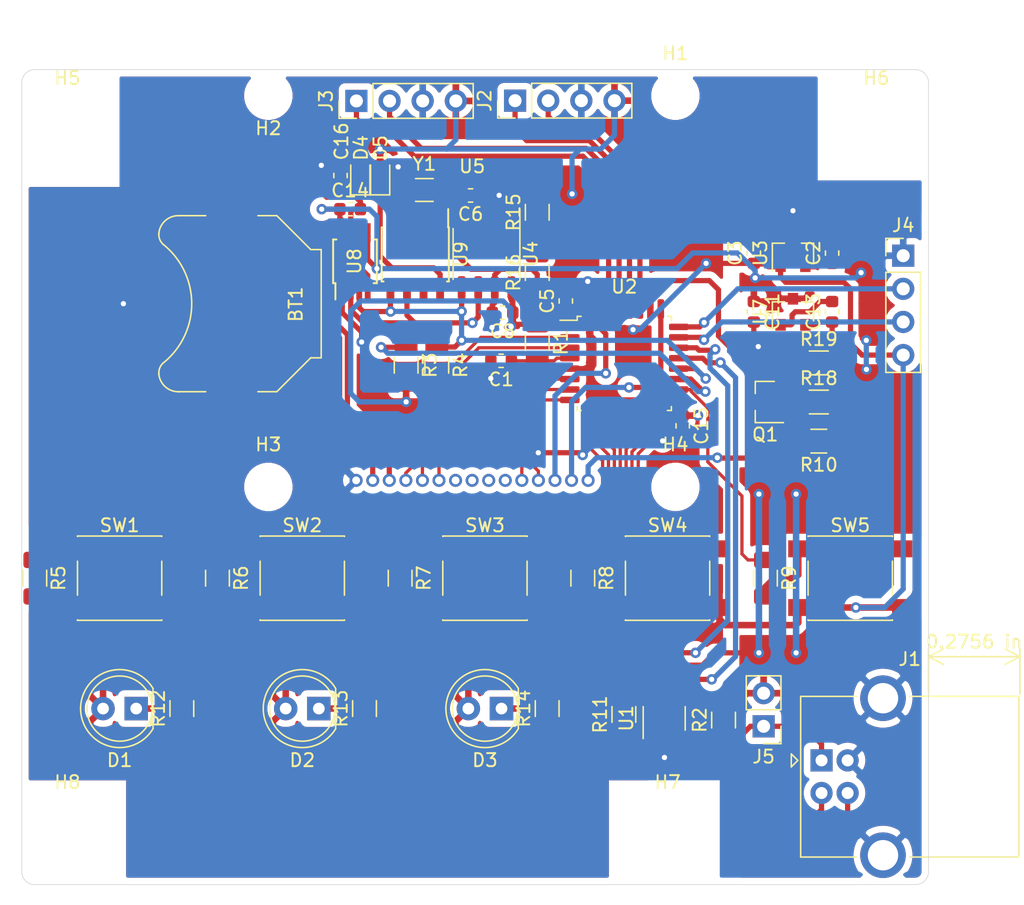
<source format=kicad_pcb>
(kicad_pcb (version 20171130) (host pcbnew "(5.1.0)-1")
  (layers (0 F.Cu signal) (31 B.Cu signal) (34 B.Paste user hide) (35 F.Paste user hide) (36 B.SilkS user hide) (37 F.SilkS user hide) (38 B.Mask user hide) (39 F.Mask user hide) (44 Edge.Cuts user))
  (net 0 "")
  (net 1 GND)
  (net 2 "Net-(C1-Pad1)")
  (net 3 VBUS)
  (net 4 +3V3)
  (net 5 SCL)
  (net 6 SDA)
  (net 7 "Net-(R5-Pad2)")
  (net 8 SW_BW)
  (net 9 "Net-(R6-Pad2)")
  (net 10 SW_PW)
  (net 11 "Net-(R7-Pad2)")
  (net 12 SW_SUM)
  (net 13 "Net-(R8-Pad2)")
  (net 14 SW_TOTAL)
  (net 15 "Net-(R9-Pad2)")
  (net 16 SW_TAR)
  (net 17 LED_BW)
  (net 18 "Net-(D1-Pad1)")
  (net 19 LED_PW)
  (net 20 "Net-(D2-Pad1)")
  (net 21 LED_SUM)
  (net 22 "Net-(D3-Pad1)")
  (net 23 D+)
  (net 24 DB3)
  (net 25 DB2)
  (net 26 DB1)
  (net 27 DB0)
  (net 28 LCD_E)
  (net 29 LCD_RW)
  (net 30 LCD_RS)
  (net 31 3.5V)
  (net 32 "Net-(R10-Pad1)")
  (net 33 SWDIO)
  (net 34 SWCLK)
  (net 35 "Net-(BT1-Pad1)")
  (net 36 "Net-(R15-Pad1)")
  (net 37 DATA_L2)
  (net 38 SCK_L2)
  (net 39 DATA_L1)
  (net 40 SCK_L1)
  (net 41 "Net-(U9-Pad2)")
  (net 42 "Net-(C13-Pad1)")
  (net 43 "Net-(Q1-Pad1)")
  (net 44 LCD_LIGHT)
  (net 45 "Net-(C6-Pad2)")
  (net 46 "Net-(C16-Pad1)")
  (net 47 D-)
  (net 48 DP)
  (net 49 DM)
  (net 50 KONTRAST)
  (net 51 "Net-(J1-Pad1)")
  (module Connector_PinHeader_2.54mm:PinHeader_1x02_P2.54mm_Vertical (layer F.Cu) (at 137.36 109.86 180)
    (fp_text reference J5 (at 0 -2.33 180) (layer F.SilkS))
    (fp_text value Conn_01x02_Female)
    (pad 2 thru_hole oval (at 0 2.54 180) (size 1.7 1.7) (drill 1) (layers *.Cu *.Mask) (net 3 VBUS))
    (pad 1 thru_hole rect (at 0 0 180) (size 1.7 1.7) (drill 1) (layers *.Cu *.Mask) (net 51 "Net-(J1-Pad1)"))
  )
  (module Resistor_SMD:R_1206_3216Metric (layer F.Cu) (at 134.29 109.38 90)
    (fp_text reference R2 (at 0 -1.82 90) (layer F.SilkS))
    (fp_text value 0)
    (pad 2 smd roundrect (at 1.4 0 90) (size 1.25 1.75) (layers F.Cu F.Paste F.Mask) (roundrect_rratio 0.2) (net 3 VBUS))
    (pad 1 smd roundrect (at -1.4 0 90) (size 1.25 1.75) (layers F.Cu F.Paste F.Mask) (roundrect_rratio 0.2) (net 51 "Net-(J1-Pad1)"))
  )
  (module MK_Footprints:NHD-0212WH (layer F.Cu) (at 115.02 76.5)
    (fp_text reference U5 (at 0 -9.58) (layer F.SilkS))
    (fp_text value NHD-0212WH)
    (pad 15 thru_hole circle (at 8.89 14.5) (size 1 1) (drill 0.6) (layers *.Cu *.Mask) (net 32 "Net-(R10-Pad1)"))
    (pad 14 thru_hole circle (at 7.62 14.5) (size 1 1) (drill 0.6) (layers *.Cu *.Mask) (net 24 DB3))
    (pad 13 thru_hole circle (at 6.35 14.5) (size 1 1) (drill 0.6) (layers *.Cu *.Mask) (net 25 DB2))
    (pad 12 thru_hole circle (at 5.08 14.5) (size 1 1) (drill 0.6) (layers *.Cu *.Mask) (net 26 DB1))
    (pad 11 thru_hole circle (at 3.81 14.5) (size 1 1) (drill 0.6) (layers *.Cu *.Mask) (net 27 DB0))
    (pad 10 thru_hole circle (at 2.54 14.5) (size 1 1) (drill 0.6) (layers *.Cu *.Mask))
    (pad 9 thru_hole circle (at 1.27 14.5) (size 1 1) (drill 0.6) (layers *.Cu *.Mask))
    (pad 8 thru_hole circle (at 0 14.5) (size 1 1) (drill 0.6) (layers *.Cu *.Mask))
    (pad 7 thru_hole circle (at -1.27 14.5) (size 1 1) (drill 0.6) (layers *.Cu *.Mask))
    (pad 6 thru_hole circle (at -2.54 14.5) (size 1 1) (drill 0.6) (layers *.Cu *.Mask) (net 28 LCD_E))
    (pad 5 thru_hole circle (at -3.81 14.5) (size 1 1) (drill 0.6) (layers *.Cu *.Mask) (net 29 LCD_RW))
    (pad 4 thru_hole circle (at -5.08 14.5) (size 1 1) (drill 0.6) (layers *.Cu *.Mask) (net 30 LCD_RS))
    (pad 3 thru_hole circle (at -6.35 14.5) (size 1 1) (drill 0.6) (layers *.Cu *.Mask) (net 50 KONTRAST))
    (pad 2 thru_hole circle (at -7.62 14.5) (size 1 1) (drill 0.6) (layers *.Cu *.Mask) (net 3 VBUS))
    (pad 1 thru_hole circle (at -8.89 14.5) (size 1 1) (drill 0.6) (layers *.Cu *.Mask) (net 1 GND))
  )
  (module Package_SO:SOIC-8_3.9x4.9mm_P1.27mm (layer F.Cu) (at 110.66 73.67 270)
    (fp_text reference U9 (at -0.01 -3.49 270) (layer F.SilkS))
    (fp_text value PCF8563T)
    (pad 8 smd rect (at 2.7 -1.905 270) (size 1.55 0.6) (layers F.Cu F.Paste F.Mask) (net 46 "Net-(C16-Pad1)"))
    (pad 7 smd rect (at 2.7 -0.635 270) (size 1.55 0.6) (layers F.Cu F.Paste F.Mask))
    (pad 6 smd rect (at 2.7 0.635 270) (size 1.55 0.6) (layers F.Cu F.Paste F.Mask) (net 5 SCL))
    (pad 5 smd rect (at 2.7 1.905 270) (size 1.55 0.6) (layers F.Cu F.Paste F.Mask) (net 6 SDA))
    (pad 4 smd rect (at -2.7 1.905 270) (size 1.55 0.6) (layers F.Cu F.Paste F.Mask) (net 1 GND))
    (pad 3 smd rect (at -2.7 0.635 270) (size 1.55 0.6) (layers F.Cu F.Paste F.Mask))
    (pad 2 smd rect (at -2.7 -0.635 270) (size 1.55 0.6) (layers F.Cu F.Paste F.Mask) (net 41 "Net-(U9-Pad2)"))
    (pad 1 smd rect (at -2.7 -1.905 270) (size 1.55 0.6) (layers F.Cu F.Paste F.Mask) (net 45 "Net-(C6-Pad2)"))
  )
  (module Crystal:Crystal_SMD_3215-2Pin_3.2x1.5mm (layer F.Cu) (at 111.36 68.73)
    (fp_text reference Y1 (at 0 -2) (layer F.SilkS))
    (fp_text value Crystal)
    (pad 2 smd rect (at -1.25 0) (size 1 1.8) (layers F.Cu F.Paste F.Mask) (net 41 "Net-(U9-Pad2)"))
    (pad 1 smd rect (at 1.25 0) (size 1 1.8) (layers F.Cu F.Paste F.Mask) (net 45 "Net-(C6-Pad2)"))
  )
  (module Diode_SMD:D_0603_1608Metric (layer F.Cu) (at 107.97 67.62 90)
    (fp_text reference D5 (at 2.12 0.03 90) (layer F.SilkS))
    (fp_text value D_Schottky)
    (pad 2 smd roundrect (at 0.7875 0 90) (size 0.875 0.95) (layers F.Cu F.Paste F.Mask) (net 4 +3V3))
    (pad 1 smd roundrect (at -0.7875 0 90) (size 0.875 0.95) (layers F.Cu F.Paste F.Mask) (net 46 "Net-(C16-Pad1)"))
  )
  (module Capacitor_SMD:C_0603_1608Metric (layer F.Cu) (at 114.9 69.15 180)
    (fp_text reference C6 (at 0 -1.43 180) (layer F.SilkS))
    (fp_text value 100n)
    (pad 2 smd roundrect (at 0.7875 0 180) (size 0.875 0.95) (layers F.Cu F.Paste F.Mask) (net 45 "Net-(C6-Pad2)"))
    (pad 1 smd roundrect (at -0.7875 0 180) (size 0.875 0.95) (layers F.Cu F.Paste F.Mask) (net 1 GND))
  )
  (module Resistor_SMD:R_1206_3216Metric (layer F.Cu) (at 141.59 81.99)
    (fp_text reference R19 (at 0 -1.82 -180) (layer F.SilkS))
    (fp_text value 1.5k)
    (pad 2 smd roundrect (at 1.4625 0) (size 1.125 1.75) (layers F.Cu F.Paste F.Mask) (roundrect_rratio 0.222222) (net 43 "Net-(Q1-Pad1)"))
    (pad 1 smd roundrect (at -1.4625 0) (size 1.125 1.75) (layers F.Cu F.Paste F.Mask) (roundrect_rratio 0.222222) (net 44 LCD_LIGHT))
  )
  (module Resistor_SMD:R_1206_3216Metric (layer F.Cu) (at 141.59 84.99)
    (fp_text reference R18 (at 0 -1.82 -180) (layer F.SilkS))
    (fp_text value 10k)
    (pad 2 smd roundrect (at 1.4625 0) (size 1.125 1.75) (layers F.Cu F.Paste F.Mask) (roundrect_rratio 0.222222) (net 43 "Net-(Q1-Pad1)"))
    (pad 1 smd roundrect (at -1.4625 0) (size 1.125 1.75) (layers F.Cu F.Paste F.Mask) (roundrect_rratio 0.222222) (net 42 "Net-(C13-Pad1)"))
  )
  (module Package_TO_SOT_SMD:SOT-23 (layer F.Cu) (at 137.48 84.99 180)
    (fp_text reference Q1 (at 0 -2.5) (layer F.SilkS))
    (fp_text value BC856)
    (pad 3 smd rect (at 1 0 180) (size 0.9 0.8) (layers F.Cu F.Paste F.Mask) (net 31 3.5V))
    (pad 2 smd rect (at -1 0.95 180) (size 0.9 0.8) (layers F.Cu F.Paste F.Mask) (net 42 "Net-(C13-Pad1)"))
    (pad 1 smd rect (at -1 -0.95 180) (size 0.9 0.8) (layers F.Cu F.Paste F.Mask) (net 43 "Net-(Q1-Pad1)"))
  )
  (module Button_Switch_SMD:SW_SPST_PTS645 (layer F.Cu) (at 102 98.5)
    (fp_text reference SW2 (at 0 -4.05) (layer F.SilkS))
    (fp_text value SW_Push)
    (pad 2 smd rect (at 3.98 2.25) (size 1.55 1.3) (layers F.Cu F.Paste F.Mask) (net 4 +3V3))
    (pad 1 smd rect (at 3.98 -2.25) (size 1.55 1.3) (layers F.Cu F.Paste F.Mask) (net 9 "Net-(R6-Pad2)"))
    (pad 1 smd rect (at -3.98 -2.25) (size 1.55 1.3) (layers F.Cu F.Paste F.Mask) (net 9 "Net-(R6-Pad2)"))
    (pad 2 smd rect (at -3.98 2.25) (size 1.55 1.3) (layers F.Cu F.Paste F.Mask) (net 4 +3V3))
  )
  (module Connector_PinHeader_2.54mm:PinHeader_1x04_P2.54mm_Vertical (layer F.Cu) (at 106.15 61.9 90)
    (fp_text reference J3 (at 0 -2.33 90) (layer F.SilkS))
    (fp_text value Conn_01x04_Female)
    (pad 4 thru_hole oval (at 0 7.62 90) (size 1.7 1.7) (drill 1) (layers *.Cu *.Mask) (net 4 +3V3))
    (pad 3 thru_hole oval (at 0 5.08 90) (size 1.7 1.7) (drill 1) (layers *.Cu *.Mask) (net 1 GND))
    (pad 2 thru_hole oval (at 0 2.54 90) (size 1.7 1.7) (drill 1) (layers *.Cu *.Mask) (net 37 DATA_L2))
    (pad 1 thru_hole rect (at 0 0 90) (size 1.7 1.7) (drill 1) (layers *.Cu *.Mask) (net 38 SCK_L2))
  )
  (module Connector_PinHeader_2.54mm:PinHeader_1x04_P2.54mm_Vertical (layer F.Cu) (at 118.31 61.88 90)
    (fp_text reference J2 (at 0 -2.33 90) (layer F.SilkS))
    (fp_text value Conn_01x04_Female)
    (pad 4 thru_hole oval (at 0 7.62 90) (size 1.7 1.7) (drill 1) (layers *.Cu *.Mask) (net 4 +3V3))
    (pad 3 thru_hole oval (at 0 5.08 90) (size 1.7 1.7) (drill 1) (layers *.Cu *.Mask) (net 1 GND))
    (pad 2 thru_hole oval (at 0 2.54 90) (size 1.7 1.7) (drill 1) (layers *.Cu *.Mask) (net 39 DATA_L1))
    (pad 1 thru_hole rect (at 0 0 90) (size 1.7 1.7) (drill 1) (layers *.Cu *.Mask) (net 40 SCK_L1))
  )
  (module Package_SO:SO-8_3.9x4.9mm_P1.27mm (layer F.Cu) (at 116.12 73.64 270)
    (fp_text reference U4 (at 0 -3.4 270) (layer F.SilkS))
    (fp_text value M24M02-DWMN3TP/K)
    (pad 8 smd roundrect (at 2.575 -1.905 270) (size 1.75 0.6) (layers F.Cu F.Paste F.Mask) (net 4 +3V3))
    (pad 7 smd roundrect (at 2.575 -0.635 270) (size 1.75 0.6) (layers F.Cu F.Paste F.Mask) (net 1 GND))
    (pad 6 smd roundrect (at 2.575 0.635 270) (size 1.75 0.6) (layers F.Cu F.Paste F.Mask) (net 5 SCL))
    (pad 5 smd roundrect (at 2.575 1.905 270) (size 1.75 0.6) (layers F.Cu F.Paste F.Mask) (net 6 SDA))
    (pad 4 smd roundrect (at -2.575 1.905 270) (size 1.75 0.6) (layers F.Cu F.Paste F.Mask) (net 1 GND))
    (pad 3 smd roundrect (at -2.575 0.635 270) (size 1.75 0.6) (layers F.Cu F.Paste F.Mask) (net 36 "Net-(R15-Pad1)"))
    (pad 2 smd roundrect (at -2.575 -0.635 270) (size 1.75 0.6) (layers F.Cu F.Paste F.Mask))
    (pad 1 smd roundrect (at -2.575 -1.905 270) (size 1.75 0.6) (layers F.Cu F.Paste F.Mask))
  )
  (module Resistor_SMD:R_1206_3216Metric (layer F.Cu) (at 120.01 75.06 90)
    (fp_text reference R16 (at 0 -1.82 90) (layer F.SilkS))
    (fp_text value 1.5k)
    (pad 2 smd roundrect (at 1.4 0 90) (size 1.25 1.75) (layers F.Cu F.Paste F.Mask) (roundrect_rratio 0.2) (net 36 "Net-(R15-Pad1)"))
    (pad 1 smd roundrect (at -1.4 0 90) (size 1.25 1.75) (layers F.Cu F.Paste F.Mask) (roundrect_rratio 0.2) (net 1 GND))
  )
  (module Resistor_SMD:R_1206_3216Metric (layer F.Cu) (at 120.01 70.44 90)
    (fp_text reference R15 (at 0 -1.82 90) (layer F.SilkS))
    (fp_text value 1.5k)
    (pad 2 smd roundrect (at 1.4 0 90) (size 1.25 1.75) (layers F.Cu F.Paste F.Mask) (roundrect_rratio 0.2) (net 4 +3V3))
    (pad 1 smd roundrect (at -1.4 0 90) (size 1.25 1.75) (layers F.Cu F.Paste F.Mask) (roundrect_rratio 0.2) (net 36 "Net-(R15-Pad1)"))
  )
  (module Capacitor_SMD:C_0603_1608Metric (layer F.Cu) (at 117.35 78.14 180)
    (fp_text reference C8 (at 0 -1.43 180) (layer F.SilkS))
    (fp_text value 100n)
    (pad 2 smd roundrect (at 0.7875 0 180) (size 0.875 0.95) (layers F.Cu F.Paste F.Mask) (net 1 GND))
    (pad 1 smd roundrect (at -0.7875 0 180) (size 0.875 0.95) (layers F.Cu F.Paste F.Mask) (net 4 +3V3))
  )
  (module Diode_SMD:D_0603_1608Metric (layer F.Cu) (at 106.45 67.62 90)
    (fp_text reference D4 (at 2.12 0.05 90) (layer F.SilkS))
    (fp_text value D_Schottky)
    (pad 2 smd roundrect (at 0.7875 0 90) (size 0.875 0.95) (layers F.Cu F.Paste F.Mask) (net 35 "Net-(BT1-Pad1)"))
    (pad 1 smd roundrect (at -0.7875 0 90) (size 0.875 0.95) (layers F.Cu F.Paste F.Mask) (net 46 "Net-(C16-Pad1)"))
  )
  (module Capacitor_SMD:C_0603_1608Metric (layer F.Cu) (at 104.93 67.62 90)
    (fp_text reference C16 (at 2.62 0.07 90) (layer F.SilkS))
    (fp_text value 100n)
    (pad 2 smd roundrect (at 0.7875 0 90) (size 0.875 0.95) (layers F.Cu F.Paste F.Mask) (net 1 GND))
    (pad 1 smd roundrect (at -0.7875 0 90) (size 0.875 0.95) (layers F.Cu F.Paste F.Mask) (net 46 "Net-(C16-Pad1)"))
  )
  (module Resistor_SMD:R_1206_3216Metric (layer F.Cu) (at 109.96 82.17 270)
    (fp_text reference R3 (at 0 -1.82 270) (layer F.SilkS))
    (fp_text value 4.7K)
    (pad 2 smd roundrect (at 1.4 0 270) (size 1.25 1.75) (layers F.Cu F.Paste F.Mask) (roundrect_rratio 0.2) (net 4 +3V3))
    (pad 1 smd roundrect (at -1.4 0 270) (size 1.25 1.75) (layers F.Cu F.Paste F.Mask) (roundrect_rratio 0.2) (net 5 SCL))
  )
  (module Resistor_SMD:R_1206_3216Metric (layer F.Cu) (at 112.31 82.17 270)
    (fp_text reference R4 (at 0 -1.82 270) (layer F.SilkS))
    (fp_text value 4.7K)
    (pad 2 smd roundrect (at 1.4 0 270) (size 1.25 1.75) (layers F.Cu F.Paste F.Mask) (roundrect_rratio 0.2) (net 4 +3V3))
    (pad 1 smd roundrect (at -1.4 0 270) (size 1.25 1.75) (layers F.Cu F.Paste F.Mask) (roundrect_rratio 0.2) (net 6 SDA))
  )
  (module Battery:BatteryHolder_Keystone_3000_1x12mm (layer F.Cu) (at 96.6 77.45 270)
    (fp_text reference BT1 (at 0.05 -4.9 270) (layer F.SilkS))
    (fp_text value Battery_Cell)
    (pad 2 smd rect (at 0 0 270) (size 4 4) (layers F.Cu F.Mask) (net 1 GND))
    (pad 1 smd rect (at 7.9 0 270) (size 3.5 3.3) (layers F.Cu F.Paste F.Mask) (net 35 "Net-(BT1-Pad1)"))
    (pad 1 smd rect (at -7.9 0 270) (size 3.5 3.3) (layers F.Cu F.Paste F.Mask) (net 35 "Net-(BT1-Pad1)"))
  )
  (module Resistor_SMD:R_1206_3216Metric (layer F.Cu) (at 126.65 108.95 90)
    (fp_text reference R11 (at 0 -1.82 90) (layer F.SilkS))
    (fp_text value 1.5k)
    (pad 2 smd roundrect (at 1.4 0 90) (size 1.25 1.75) (layers F.Cu F.Paste F.Mask) (roundrect_rratio 0.2) (net 4 +3V3))
    (pad 1 smd roundrect (at -1.4 0 90) (size 1.25 1.75) (layers F.Cu F.Paste F.Mask) (roundrect_rratio 0.2) (net 23 D+))
  )
  (module Connector_PinHeader_2.54mm:PinHeader_1x04_P2.54mm_Vertical (layer F.Cu) (at 148.06 73.77)
    (fp_text reference J4 (at 0 -2.33) (layer F.SilkS))
    (fp_text value Conn_01x04_Female)
    (pad 4 thru_hole oval (at 0 7.62) (size 1.7 1.7) (drill 1) (layers *.Cu *.Mask) (net 4 +3V3))
    (pad 3 thru_hole oval (at 0 5.08) (size 1.7 1.7) (drill 1) (layers *.Cu *.Mask) (net 33 SWDIO))
    (pad 2 thru_hole oval (at 0 2.54) (size 1.7 1.7) (drill 1) (layers *.Cu *.Mask) (net 34 SWCLK))
    (pad 1 thru_hole rect (at 0 0) (size 1.7 1.7) (drill 1) (layers *.Cu *.Mask) (net 1 GND))
  )
  (module MountingHole:MountingHole_3.2mm_M3_ISO7380 (layer F.Cu) (at 84 118)
    (fp_text reference H8 (at 0 -3.85) (layer F.SilkS))
    (fp_text value MountingHole)
    (pad 1 np_thru_hole circle (at 0 0) (size 3.2 3.2) (drill 3.2) (layers *.Cu *.Mask))
  )
  (module MountingHole:MountingHole_3.2mm_M3_ISO7380 (layer F.Cu) (at 130 118)
    (fp_text reference H7 (at 0 -3.85) (layer F.SilkS))
    (fp_text value MountingHole)
    (pad 1 np_thru_hole circle (at 0 0) (size 3.2 3.2) (drill 3.2) (layers *.Cu *.Mask))
  )
  (module MountingHole:MountingHole_3.2mm_M3_ISO7380 (layer F.Cu) (at 146 64)
    (fp_text reference H6 (at 0 -3.85) (layer F.SilkS))
    (fp_text value MountingHole)
    (pad 1 np_thru_hole circle (at 0 0) (size 3.2 3.2) (drill 3.2) (layers *.Cu *.Mask))
  )
  (module MountingHole:MountingHole_3.2mm_M3_ISO7380 (layer F.Cu) (at 84 64)
    (fp_text reference H5 (at 0 -3.85) (layer F.SilkS))
    (fp_text value MountingHole)
    (pad 1 np_thru_hole circle (at 0 0) (size 3.2 3.2) (drill 3.2) (layers *.Cu *.Mask))
  )
  (module Resistor_SMD:R_1206_3216Metric (layer F.Cu) (at 141.59 87.99 180)
    (fp_text reference R10 (at 0 -1.82 180) (layer F.SilkS))
    (fp_text value 120)
    (pad 2 smd roundrect (at 1.4 0 180) (size 1.25 1.75) (layers F.Cu F.Paste F.Mask) (roundrect_rratio 0.2) (net 31 3.5V))
    (pad 1 smd roundrect (at -1.4 0 180) (size 1.25 1.75) (layers F.Cu F.Paste F.Mask) (roundrect_rratio 0.2) (net 32 "Net-(R10-Pad1)"))
  )
  (module Capacitor_SMD:C_0603_1608Metric (layer F.Cu) (at 131.16 86.8175 270)
    (fp_text reference C15 (at 0 -1.43 270) (layer F.SilkS))
    (fp_text value 100n)
    (pad 2 smd roundrect (at 0.7875 0 270) (size 0.875 0.95) (layers F.Cu F.Paste F.Mask) (net 1 GND))
    (pad 1 smd roundrect (at -0.7875 0 270) (size 0.875 0.95) (layers F.Cu F.Paste F.Mask) (net 4 +3V3))
  )
  (module MountingHole:MountingHole_2.7mm_M2.5_ISO7380 (layer F.Cu) (at 130.6 91.5)
    (fp_text reference H4 (at 0 -3.25) (layer F.SilkS))
    (fp_text value MountingHole)
    (pad 1 np_thru_hole circle (at 0 0) (size 2.7 2.7) (drill 2.7) (layers *.Cu *.Mask))
  )
  (module MountingHole:MountingHole_2.7mm_M2.5_ISO7380 (layer F.Cu) (at 99.4 91.5)
    (fp_text reference H3 (at 0 -3.25) (layer F.SilkS))
    (fp_text value MountingHole)
    (pad 1 np_thru_hole circle (at 0 0) (size 2.7 2.7) (drill 2.7) (layers *.Cu *.Mask))
  )
  (module MountingHole:MountingHole_2.7mm_M2.5_ISO7380 (layer F.Cu) (at 99.4 61.5)
    (fp_text reference H2 (at 0 2.5) (layer F.SilkS))
    (fp_text value MountingHole)
    (pad 1 np_thru_hole circle (at 0 0) (size 2.7 2.7) (drill 2.7) (layers *.Cu *.Mask))
  )
  (module MountingHole:MountingHole_2.7mm_M2.5_ISO7380 (layer F.Cu) (at 130.6 61.5)
    (fp_text reference H1 (at 0 -3.25) (layer F.SilkS))
    (fp_text value MountingHole)
    (pad 1 np_thru_hole circle (at 0 0) (size 2.7 2.7) (drill 2.7) (layers *.Cu *.Mask))
  )
  (module Package_TO_SOT_SMD:SOT-23 (layer F.Cu) (at 139.61 73.57 90)
    (fp_text reference U3 (at 0 -2.5 90) (layer F.SilkS))
    (fp_text value MCP1812BT_033TT)
    (pad 3 smd rect (at 1 0 90) (size 0.9 0.8) (layers F.Cu F.Paste F.Mask) (net 1 GND))
    (pad 2 smd rect (at -1 0.95 90) (size 0.9 0.8) (layers F.Cu F.Paste F.Mask) (net 3 VBUS))
    (pad 1 smd rect (at -1 -0.95 90) (size 0.9 0.8) (layers F.Cu F.Paste F.Mask) (net 4 +3V3))
  )
  (module Connector_USB:USB_B_OST_USB-B1HSxx_Horizontal (layer F.Cu) (at 141.8 112.475)
    (fp_text reference J1 (at 6.76 -7.77) (layer F.SilkS))
    (fp_text value USB_B)
    (pad 5 thru_hole circle (at 4.71 7.27) (size 3.5 3.5) (drill 2.33) (layers *.Cu *.Mask) (net 1 GND))
    (pad 5 thru_hole circle (at 4.71 -4.77) (size 3.5 3.5) (drill 2.33) (layers *.Cu *.Mask) (net 1 GND))
    (pad 4 thru_hole circle (at 2 0) (size 1.7 1.7) (drill 0.92) (layers *.Cu *.Mask) (net 1 GND))
    (pad 3 thru_hole circle (at 2 2.5) (size 1.7 1.7) (drill 0.92) (layers *.Cu *.Mask) (net 23 D+))
    (pad 2 thru_hole circle (at 0 2.5) (size 1.7 1.7) (drill 0.92) (layers *.Cu *.Mask) (net 47 D-))
    (pad 1 thru_hole rect (at 0 0) (size 1.7 1.7) (drill 0.92) (layers *.Cu *.Mask) (net 51 "Net-(J1-Pad1)"))
  )
  (module Package_SO:MSOP-8_3x3mm_P0.65mm (layer F.Cu) (at 106.04 74.2 90)
    (fp_text reference U8 (at 0 -0.04 90) (layer F.SilkS))
    (fp_text value MCP4541T)
    (pad 8 smd rect (at 2.2 -0.975 90) (size 1.45 0.45) (layers F.Cu F.Paste F.Mask) (net 3 VBUS))
    (pad 7 smd rect (at 2.2 -0.325 90) (size 1.45 0.45) (layers F.Cu F.Paste F.Mask) (net 1 GND))
    (pad 6 smd rect (at 2.2 0.325 90) (size 1.45 0.45) (layers F.Cu F.Paste F.Mask) (net 50 KONTRAST))
    (pad 5 smd rect (at 2.2 0.975 90) (size 1.45 0.45) (layers F.Cu F.Paste F.Mask) (net 3 VBUS))
    (pad 4 smd rect (at -2.2 0.975 90) (size 1.45 0.45) (layers F.Cu F.Paste F.Mask) (net 1 GND))
    (pad 3 smd rect (at -2.2 0.325 90) (size 1.45 0.45) (layers F.Cu F.Paste F.Mask) (net 6 SDA))
    (pad 2 smd rect (at -2.2 -0.325 90) (size 1.45 0.45) (layers F.Cu F.Paste F.Mask) (net 5 SCL))
    (pad 1 smd rect (at -2.2 -0.975 90) (size 1.45 0.45) (layers F.Cu F.Paste F.Mask) (net 1 GND))
  )
  (module Package_TO_SOT_SMD:SOT-23 (layer F.Cu) (at 139.61 78.07 90)
    (fp_text reference U7 (at 0 -2.5 90) (layer F.SilkS))
    (fp_text value MCP1700-35022E_SOT23)
    (pad 3 smd rect (at 1 0 90) (size 0.9 0.8) (layers F.Cu F.Paste F.Mask) (net 3 VBUS))
    (pad 2 smd rect (at -1 0.95 90) (size 0.9 0.8) (layers F.Cu F.Paste F.Mask) (net 42 "Net-(C13-Pad1)"))
    (pad 1 smd rect (at -1 -0.95 90) (size 0.9 0.8) (layers F.Cu F.Paste F.Mask) (net 1 GND))
  )
  (module Button_Switch_SMD:SW_SPST_PTS645 (layer F.Cu) (at 144 98.5)
    (fp_text reference SW5 (at 0 -4.05) (layer F.SilkS))
    (fp_text value SW_Push)
    (pad 2 smd rect (at 3.98 2.25) (size 1.55 1.3) (layers F.Cu F.Paste F.Mask) (net 4 +3V3))
    (pad 1 smd rect (at 3.98 -2.25) (size 1.55 1.3) (layers F.Cu F.Paste F.Mask) (net 15 "Net-(R9-Pad2)"))
    (pad 1 smd rect (at -3.98 -2.25) (size 1.55 1.3) (layers F.Cu F.Paste F.Mask) (net 15 "Net-(R9-Pad2)"))
    (pad 2 smd rect (at -3.98 2.25) (size 1.55 1.3) (layers F.Cu F.Paste F.Mask) (net 4 +3V3))
  )
  (module Button_Switch_SMD:SW_SPST_PTS645 (layer F.Cu) (at 130 98.5)
    (fp_text reference SW4 (at 0 -4.05) (layer F.SilkS))
    (fp_text value SW_Push)
    (pad 2 smd rect (at 3.98 2.25) (size 1.55 1.3) (layers F.Cu F.Paste F.Mask) (net 4 +3V3))
    (pad 1 smd rect (at 3.98 -2.25) (size 1.55 1.3) (layers F.Cu F.Paste F.Mask) (net 13 "Net-(R8-Pad2)"))
    (pad 1 smd rect (at -3.98 -2.25) (size 1.55 1.3) (layers F.Cu F.Paste F.Mask) (net 13 "Net-(R8-Pad2)"))
    (pad 2 smd rect (at -3.98 2.25) (size 1.55 1.3) (layers F.Cu F.Paste F.Mask) (net 4 +3V3))
  )
  (module Button_Switch_SMD:SW_SPST_PTS645 (layer F.Cu) (at 116 98.5)
    (fp_text reference SW3 (at 0 -4.05) (layer F.SilkS))
    (fp_text value SW_Push)
    (pad 2 smd rect (at 3.98 2.25) (size 1.55 1.3) (layers F.Cu F.Paste F.Mask) (net 4 +3V3))
    (pad 1 smd rect (at 3.98 -2.25) (size 1.55 1.3) (layers F.Cu F.Paste F.Mask) (net 11 "Net-(R7-Pad2)"))
    (pad 1 smd rect (at -3.98 -2.25) (size 1.55 1.3) (layers F.Cu F.Paste F.Mask) (net 11 "Net-(R7-Pad2)"))
    (pad 2 smd rect (at -3.98 2.25) (size 1.55 1.3) (layers F.Cu F.Paste F.Mask) (net 4 +3V3))
  )
  (module Button_Switch_SMD:SW_SPST_PTS645 (layer F.Cu) (at 88 98.5)
    (fp_text reference SW1 (at 0 -4.05) (layer F.SilkS))
    (fp_text value SW_Push)
    (pad 2 smd rect (at 3.98 2.25) (size 1.55 1.3) (layers F.Cu F.Paste F.Mask) (net 4 +3V3))
    (pad 1 smd rect (at 3.98 -2.25) (size 1.55 1.3) (layers F.Cu F.Paste F.Mask) (net 7 "Net-(R5-Pad2)"))
    (pad 1 smd rect (at -3.98 -2.25) (size 1.55 1.3) (layers F.Cu F.Paste F.Mask) (net 7 "Net-(R5-Pad2)"))
    (pad 2 smd rect (at -3.98 2.25) (size 1.55 1.3) (layers F.Cu F.Paste F.Mask) (net 4 +3V3))
  )
  (module LED_THT:LED_D5.0mm (layer F.Cu) (at 117.27 108.5 180)
    (fp_text reference D3 (at 1.27 -3.96 180) (layer F.SilkS))
    (fp_text value LED)
    (pad 2 thru_hole circle (at 2.54 0 180) (size 1.8 1.8) (drill 0.9) (layers *.Cu *.Mask) (net 4 +3V3))
    (pad 1 thru_hole rect (at 0 0 180) (size 1.8 1.8) (drill 0.9) (layers *.Cu *.Mask) (net 22 "Net-(D3-Pad1)"))
  )
  (module LED_THT:LED_D5.0mm (layer F.Cu) (at 103.27 108.5 180)
    (fp_text reference D2 (at 1.27 -3.96 180) (layer F.SilkS))
    (fp_text value LED)
    (pad 2 thru_hole circle (at 2.54 0 180) (size 1.8 1.8) (drill 0.9) (layers *.Cu *.Mask) (net 4 +3V3))
    (pad 1 thru_hole rect (at 0 0 180) (size 1.8 1.8) (drill 0.9) (layers *.Cu *.Mask) (net 20 "Net-(D2-Pad1)"))
  )
  (module LED_THT:LED_D5.0mm (layer F.Cu) (at 89.27 108.5 180)
    (fp_text reference D1 (at 1.27 -3.96 180) (layer F.SilkS))
    (fp_text value LED)
    (pad 2 thru_hole circle (at 2.54 0 180) (size 1.8 1.8) (drill 0.9) (layers *.Cu *.Mask) (net 4 +3V3))
    (pad 1 thru_hole rect (at 0 0 180) (size 1.8 1.8) (drill 0.9) (layers *.Cu *.Mask) (net 18 "Net-(D1-Pad1)"))
  )
  (module Capacitor_SMD:C_0603_1608Metric (layer F.Cu) (at 105.67 70.2)
    (fp_text reference C14 (at 0 -1.43) (layer F.SilkS))
    (fp_text value 100n)
    (pad 2 smd roundrect (at 0.7875 0) (size 0.875 0.95) (layers F.Cu F.Paste F.Mask) (net 1 GND))
    (pad 1 smd roundrect (at -0.7875 0) (size 0.875 0.95) (layers F.Cu F.Paste F.Mask) (net 3 VBUS))
  )
  (module Capacitor_SMD:C_0603_1608Metric (layer F.Cu) (at 142.61 78.07 90)
    (fp_text reference C13 (at 0 -1.43 90) (layer F.SilkS))
    (fp_text value 1u)
    (pad 2 smd roundrect (at 0.7875 0 90) (size 0.875 0.95) (layers F.Cu F.Paste F.Mask) (net 1 GND))
    (pad 1 smd roundrect (at -0.7875 0 90) (size 0.875 0.95) (layers F.Cu F.Paste F.Mask) (net 42 "Net-(C13-Pad1)"))
  )
  (module Capacitor_SMD:C_0603_1608Metric (layer F.Cu) (at 136.61 78.07 270)
    (fp_text reference C11 (at 0 -1.43 270) (layer F.SilkS))
    (fp_text value 1u)
    (pad 2 smd roundrect (at 0.7875 0 270) (size 0.875 0.95) (layers F.Cu F.Paste F.Mask) (net 1 GND))
    (pad 1 smd roundrect (at -0.7875 0 270) (size 0.875 0.95) (layers F.Cu F.Paste F.Mask) (net 3 VBUS))
  )
  (module Resistor_SMD:R_1206_3216Metric (layer F.Cu) (at 120.77 108.5 90)
    (fp_text reference R14 (at 0 -1.82 90) (layer F.SilkS))
    (fp_text value 240)
    (pad 2 smd roundrect (at 1.4 0 90) (size 1.25 1.75) (layers F.Cu F.Paste F.Mask) (roundrect_rratio 0.2) (net 21 LED_SUM))
    (pad 1 smd roundrect (at -1.4 0 90) (size 1.25 1.75) (layers F.Cu F.Paste F.Mask) (roundrect_rratio 0.2) (net 22 "Net-(D3-Pad1)"))
  )
  (module Resistor_SMD:R_1206_3216Metric (layer F.Cu) (at 106.77 108.5 90)
    (fp_text reference R13 (at 0 -1.82 90) (layer F.SilkS))
    (fp_text value 240)
    (pad 2 smd roundrect (at 1.4 0 90) (size 1.25 1.75) (layers F.Cu F.Paste F.Mask) (roundrect_rratio 0.2) (net 19 LED_PW))
    (pad 1 smd roundrect (at -1.4 0 90) (size 1.25 1.75) (layers F.Cu F.Paste F.Mask) (roundrect_rratio 0.2) (net 20 "Net-(D2-Pad1)"))
  )
  (module Resistor_SMD:R_1206_3216Metric (layer F.Cu) (at 92.77 108.5 90)
    (fp_text reference R12 (at 0 -1.82 90) (layer F.SilkS))
    (fp_text value 240)
    (pad 2 smd roundrect (at 1.4 0 90) (size 1.25 1.75) (layers F.Cu F.Paste F.Mask) (roundrect_rratio 0.2) (net 17 LED_BW))
    (pad 1 smd roundrect (at -1.4 0 90) (size 1.25 1.75) (layers F.Cu F.Paste F.Mask) (roundrect_rratio 0.2) (net 18 "Net-(D1-Pad1)"))
  )
  (module Resistor_SMD:R_1206_3216Metric (layer F.Cu) (at 137.5 98.5 270)
    (fp_text reference R9 (at 0 -1.82 270) (layer F.SilkS))
    (fp_text value 1.5k)
    (pad 2 smd roundrect (at 1.4 0 270) (size 1.25 1.75) (layers F.Cu F.Paste F.Mask) (roundrect_rratio 0.2) (net 15 "Net-(R9-Pad2)"))
    (pad 1 smd roundrect (at -1.4 0 270) (size 1.25 1.75) (layers F.Cu F.Paste F.Mask) (roundrect_rratio 0.2) (net 16 SW_TAR))
  )
  (module Resistor_SMD:R_1206_3216Metric (layer F.Cu) (at 123.5 98.5 270)
    (fp_text reference R8 (at 0 -1.82 270) (layer F.SilkS))
    (fp_text value 1.5k)
    (pad 2 smd roundrect (at 1.4 0 270) (size 1.25 1.75) (layers F.Cu F.Paste F.Mask) (roundrect_rratio 0.2) (net 13 "Net-(R8-Pad2)"))
    (pad 1 smd roundrect (at -1.4 0 270) (size 1.25 1.75) (layers F.Cu F.Paste F.Mask) (roundrect_rratio 0.2) (net 14 SW_TOTAL))
  )
  (module Resistor_SMD:R_1206_3216Metric (layer F.Cu) (at 109.5 98.5 270)
    (fp_text reference R7 (at 0 -1.82 270) (layer F.SilkS))
    (fp_text value 1.5k)
    (pad 2 smd roundrect (at 1.4 0 270) (size 1.25 1.75) (layers F.Cu F.Paste F.Mask) (roundrect_rratio 0.2) (net 11 "Net-(R7-Pad2)"))
    (pad 1 smd roundrect (at -1.4 0 270) (size 1.25 1.75) (layers F.Cu F.Paste F.Mask) (roundrect_rratio 0.2) (net 12 SW_SUM))
  )
  (module Resistor_SMD:R_1206_3216Metric (layer F.Cu) (at 95.5 98.5 270)
    (fp_text reference R6 (at 0 -1.82 270) (layer F.SilkS))
    (fp_text value 1.5k)
    (pad 2 smd roundrect (at 1.4 0 270) (size 1.25 1.75) (layers F.Cu F.Paste F.Mask) (roundrect_rratio 0.2) (net 9 "Net-(R6-Pad2)"))
    (pad 1 smd roundrect (at -1.4 0 270) (size 1.25 1.75) (layers F.Cu F.Paste F.Mask) (roundrect_rratio 0.2) (net 10 SW_PW))
  )
  (module Resistor_SMD:R_1206_3216Metric (layer F.Cu) (at 81.5 98.5 270)
    (fp_text reference R5 (at 0 -1.82 270) (layer F.SilkS))
    (fp_text value 1.5k)
    (pad 2 smd roundrect (at 1.4 0 270) (size 1.25 1.75) (layers F.Cu F.Paste F.Mask) (roundrect_rratio 0.2) (net 7 "Net-(R5-Pad2)"))
    (pad 1 smd roundrect (at -1.4 0 270) (size 1.25 1.75) (layers F.Cu F.Paste F.Mask) (roundrect_rratio 0.2) (net 8 SW_BW))
  )
  (module Resistor_SMD:R_1206_3216Metric (layer F.Cu) (at 120.01 80.43 270)
    (fp_text reference R1 (at 0 -1.82 270) (layer F.SilkS))
    (fp_text value 100k)
    (pad 2 smd roundrect (at 1.4 0 270) (size 1.25 1.75) (layers F.Cu F.Paste F.Mask) (roundrect_rratio 0.2) (net 2 "Net-(C1-Pad1)"))
    (pad 1 smd roundrect (at -1.4 0 270) (size 1.25 1.75) (layers F.Cu F.Paste F.Mask) (roundrect_rratio 0.2) (net 4 +3V3))
  )
  (module Package_QFP:LQFP-32_7x7mm_P0.8mm (layer F.Cu) (at 126.68 82.03)
    (fp_text reference U2 (at 0 -5.88) (layer F.SilkS))
    (fp_text value STM32L412K8Tx)
    (pad 32 smd roundrect (at -2.8 -4.175) (size 0.5 1.5) (layers F.Cu F.Paste F.Mask) (net 1 GND))
    (pad 31 smd roundrect (at -2 -4.175) (size 0.5 1.5) (layers F.Cu F.Paste F.Mask) (net 25 DB2))
    (pad 30 smd roundrect (at -1.2 -4.175) (size 0.5 1.5) (layers F.Cu F.Paste F.Mask) (net 38 SCK_L2))
    (pad 29 smd roundrect (at -0.4 -4.175) (size 0.5 1.5) (layers F.Cu F.Paste F.Mask) (net 37 DATA_L2))
    (pad 28 smd roundrect (at 0.4 -4.175) (size 0.5 1.5) (layers F.Cu F.Paste F.Mask) (net 40 SCK_L1))
    (pad 27 smd roundrect (at 1.2 -4.175) (size 0.5 1.5) (layers F.Cu F.Paste F.Mask) (net 39 DATA_L1))
    (pad 26 smd roundrect (at 2 -4.175) (size 0.5 1.5) (layers F.Cu F.Paste F.Mask) (net 44 LCD_LIGHT))
    (pad 25 smd roundrect (at 2.8 -4.175) (size 0.5 1.5) (layers F.Cu F.Paste F.Mask) (net 24 DB3))
    (pad 24 smd roundrect (at 4.175 -2.8) (size 1.5 0.5) (layers F.Cu F.Paste F.Mask) (net 34 SWCLK))
    (pad 23 smd roundrect (at 4.175 -2) (size 1.5 0.5) (layers F.Cu F.Paste F.Mask) (net 33 SWDIO))
    (pad 22 smd roundrect (at 4.175 -1.2) (size 1.5 0.5) (layers F.Cu F.Paste F.Mask) (net 48 DP))
    (pad 21 smd roundrect (at 4.175 -0.4) (size 1.5 0.5) (layers F.Cu F.Paste F.Mask) (net 49 DM))
    (pad 20 smd roundrect (at 4.175 0.4) (size 1.5 0.5) (layers F.Cu F.Paste F.Mask) (net 6 SDA))
    (pad 19 smd roundrect (at 4.175 1.2) (size 1.5 0.5) (layers F.Cu F.Paste F.Mask) (net 5 SCL))
    (pad 18 smd roundrect (at 4.175 2) (size 1.5 0.5) (layers F.Cu F.Paste F.Mask) (net 16 SW_TAR))
    (pad 17 smd roundrect (at 4.175 2.8) (size 1.5 0.5) (layers F.Cu F.Paste F.Mask) (net 4 +3V3))
    (pad 16 smd roundrect (at 2.8 4.175) (size 0.5 1.5) (layers F.Cu F.Paste F.Mask) (net 1 GND))
    (pad 15 smd roundrect (at 2 4.175) (size 0.5 1.5) (layers F.Cu F.Paste F.Mask) (net 14 SW_TOTAL))
    (pad 14 smd roundrect (at 1.2 4.175) (size 0.5 1.5) (layers F.Cu F.Paste F.Mask) (net 21 LED_SUM))
    (pad 13 smd roundrect (at 0.4 4.175) (size 0.5 1.5) (layers F.Cu F.Paste F.Mask) (net 12 SW_SUM))
    (pad 12 smd roundrect (at -0.4 4.175) (size 0.5 1.5) (layers F.Cu F.Paste F.Mask) (net 19 LED_PW))
    (pad 11 smd roundrect (at -1.2 4.175) (size 0.5 1.5) (layers F.Cu F.Paste F.Mask) (net 10 SW_PW))
    (pad 10 smd roundrect (at -2 4.175) (size 0.5 1.5) (layers F.Cu F.Paste F.Mask) (net 17 LED_BW))
    (pad 9 smd roundrect (at -2.8 4.175) (size 0.5 1.5) (layers F.Cu F.Paste F.Mask) (net 8 SW_BW))
    (pad 8 smd roundrect (at -4.175 2.8) (size 1.5 0.5) (layers F.Cu F.Paste F.Mask) (net 26 DB1))
    (pad 7 smd roundrect (at -4.175 2) (size 1.5 0.5) (layers F.Cu F.Paste F.Mask) (net 27 DB0))
    (pad 6 smd roundrect (at -4.175 1.2) (size 1.5 0.5) (layers F.Cu F.Paste F.Mask) (net 28 LCD_E))
    (pad 5 smd roundrect (at -4.175 0.4) (size 1.5 0.5) (layers F.Cu F.Paste F.Mask) (net 4 +3V3))
    (pad 4 smd roundrect (at -4.175 -0.4) (size 1.5 0.5) (layers F.Cu F.Paste F.Mask) (net 2 "Net-(C1-Pad1)"))
    (pad 3 smd roundrect (at -4.175 -1.2) (size 1.5 0.5) (layers F.Cu F.Paste F.Mask) (net 29 LCD_RW))
    (pad 2 smd roundrect (at -4.175 -2) (size 1.5 0.5) (layers F.Cu F.Paste F.Mask) (net 30 LCD_RS))
    (pad 1 smd roundrect (at -4.175 -2.8) (size 1.5 0.5) (layers F.Cu F.Paste F.Mask) (net 4 +3V3))
  )
  (module Capacitor_SMD:C_0603_1608Metric (layer F.Cu) (at 122.2 77.2425 90)
    (fp_text reference C5 (at 0 -1.43 90) (layer F.SilkS))
    (fp_text value 100n)
    (pad 2 smd roundrect (at 0.7875 0 90) (size 0.875 0.95) (layers F.Cu F.Paste F.Mask) (net 1 GND))
    (pad 1 smd roundrect (at -0.7875 0 90) (size 0.875 0.95) (layers F.Cu F.Paste F.Mask) (net 4 +3V3))
  )
  (module Package_TO_SOT_SMD:SOT-23-6 (layer F.Cu) (at 129.74 109.25 90)
    (fp_text reference U1 (at 0 -2.9 90) (layer F.SilkS))
    (fp_text value USBLC6-2SC6)
    (pad 5 smd rect (at 1.1 0 90) (size 1.06 0.65) (layers F.Cu F.Paste F.Mask) (net 3 VBUS))
    (pad 6 smd rect (at 1.1 -0.95 90) (size 1.06 0.65) (layers F.Cu F.Paste F.Mask) (net 48 DP))
    (pad 4 smd rect (at 1.1 0.95 90) (size 1.06 0.65) (layers F.Cu F.Paste F.Mask) (net 49 DM))
    (pad 3 smd rect (at -1.1 0.95 90) (size 1.06 0.65) (layers F.Cu F.Paste F.Mask) (net 47 D-))
    (pad 2 smd rect (at -1.1 0 90) (size 1.06 0.65) (layers F.Cu F.Paste F.Mask) (net 1 GND))
    (pad 1 smd rect (at -1.1 -0.95 90) (size 1.06 0.65) (layers F.Cu F.Paste F.Mask) (net 23 D+))
  )
  (module Capacitor_SMD:C_0603_1608Metric (layer F.Cu) (at 136.61 73.57 90)
    (fp_text reference C3 (at 0 -1.43 90) (layer F.SilkS))
    (fp_text value 2.2u)
    (pad 2 smd roundrect (at 0.7875 0 90) (size 0.875 0.95) (layers F.Cu F.Paste F.Mask) (net 1 GND))
    (pad 1 smd roundrect (at -0.7875 0 90) (size 0.875 0.95) (layers F.Cu F.Paste F.Mask) (net 4 +3V3))
  )
  (module Capacitor_SMD:C_0603_1608Metric (layer F.Cu) (at 142.61 73.57 90)
    (fp_text reference C2 (at 0 -1.43 90) (layer F.SilkS))
    (fp_text value 2.2u)
    (pad 2 smd roundrect (at 0.7875 0 90) (size 0.875 0.95) (layers F.Cu F.Paste F.Mask) (net 1 GND))
    (pad 1 smd roundrect (at -0.7875 0 90) (size 0.875 0.95) (layers F.Cu F.Paste F.Mask) (net 3 VBUS))
  )
  (module Capacitor_SMD:C_0603_1608Metric (layer F.Cu) (at 117.24 81.83 180)
    (fp_text reference C1 (at 0 -1.43 180) (layer F.SilkS))
    (fp_text value 100n)
    (pad 2 smd roundrect (at 0.7875 0 180) (size 0.875 0.95) (layers F.Cu F.Paste F.Mask) (net 1 GND))
    (pad 1 smd roundrect (at -0.7875 0 180) (size 0.875 0.95) (layers F.Cu F.Paste F.Mask) (net 2 "Net-(C1-Pad1)"))
  )
  (gr_arc (start 149 60.5) (end 150 60.5) (angle -90) (layer Edge.Cuts) (width 0.05))
  (gr_arc (start 149 121) (end 149 122) (angle -90) (layer Edge.Cuts) (width 0.05))
  (gr_arc (start 81.5 121) (end 80.5 121) (angle -90) (layer Edge.Cuts) (width 0.05))
  (gr_arc (start 81.5 60.5) (end 81.5 59.5) (angle -90) (layer Edge.Cuts) (width 0.05))
  (dimension 7 (width 0.12) (layer F.SilkS) (gr_text "7.000 mm" (at 153.5 103.25) (layer F.SilkS) (effects (font (size 1 1) (thickness 0.15)))) (feature1 (pts (xy 157 107.39) (xy 157 103.933579))) (feature2 (pts (xy 150 107.39) (xy 150 103.933579))) (crossbar (pts (xy 150 104.52) (xy 157 104.52))) (arrow1a (pts (xy 157 104.52) (xy 155.873496 105.106421))) (arrow1b (pts (xy 157 104.52) (xy 155.873496 103.933579))) (arrow2a (pts (xy 150 104.52) (xy 151.126504 105.106421))) (arrow2b (pts (xy 150 104.52) (xy 151.126504 103.933579))))
  (gr_line (start 150 60.5) (end 150 121) (layer Edge.Cuts) (width 0.05))
  (gr_line (start 81.5 59.5) (end 149 59.5) (layer Edge.Cuts) (width 0.05))
  (gr_line (start 80.5 121) (end 80.5 60.5) (layer Edge.Cuts) (width 0.05))
  (gr_line (start 81.5 122) (end 149 122) (layer Edge.Cuts) (width 0.05))
  (via (at 139.61 70.32) (size 0.8) (drill 0.4) (layers F.Cu B.Cu) (net 1))
  (segment (start 139.61 72.57) (end 139.61 70.32) (width 0.5) (layer F.Cu) (net 1))
  (segment (start 136.61 72.7825) (end 138.2725 72.7825) (width 0.5) (layer F.Cu) (net 1))
  (segment (start 138.485 72.57) (end 139.61 72.57) (width 0.5) (layer F.Cu) (net 1))
  (segment (start 138.2725 72.7825) (end 138.485 72.57) (width 0.5) (layer F.Cu) (net 1))
  (segment (start 142.61 72.7825) (end 140.9475 72.7825) (width 0.5) (layer F.Cu) (net 1))
  (segment (start 140.735 72.57) (end 139.61 72.57) (width 0.5) (layer F.Cu) (net 1))
  (segment (start 140.9475 72.7825) (end 140.735 72.57) (width 0.5) (layer F.Cu) (net 1))
  (segment (start 129.48 86.205) (end 129.48 87.44) (width 0.25) (layer F.Cu) (net 1))
  (via (at 116.45 83.18) (size 0.8) (drill 0.4) (layers F.Cu B.Cu) (net 1))
  (segment (start 116.4525 81.83) (end 116.4525 83.1775) (width 0.25) (layer F.Cu) (net 1))
  (segment (start 116.4525 83.1775) (end 116.45 83.18) (width 0.25) (layer F.Cu) (net 1))
  (segment (start 116.755 78.045) (end 116.77 78.06) (width 0.4) (layer F.Cu) (net 1))
  (segment (start 122.2 76.455) (end 123.665 76.455) (width 0.4) (layer F.Cu) (net 1))
  (segment (start 123.88 76.67) (end 123.88 77.855) (width 0.4) (layer F.Cu) (net 1))
  (segment (start 123.665 76.455) (end 123.88 76.67) (width 0.4) (layer F.Cu) (net 1))
  (segment (start 116.755 75.24) (end 117.185 74.81) (width 0.4) (layer F.Cu) (net 1))
  (segment (start 116.755 76.215) (end 116.755 75.24) (width 0.4) (layer F.Cu) (net 1))
  (segment (start 117.185 74.81) (end 119.62 74.81) (width 0.4) (layer F.Cu) (net 1))
  (segment (start 120.01 75.2) (end 120.01 76.46) (width 0.4) (layer F.Cu) (net 1))
  (segment (start 119.62 74.81) (end 120.01 75.2) (width 0.4) (layer F.Cu) (net 1))
  (segment (start 114.215 71.065) (end 114.215 74.095) (width 0.4) (layer F.Cu) (net 1))
  (segment (start 114.93 74.81) (end 117.185 74.81) (width 0.4) (layer F.Cu) (net 1))
  (segment (start 114.215 74.095) (end 114.93 74.81) (width 0.4) (layer F.Cu) (net 1))
  (segment (start 108.755 70.97) (end 108.755 72.365) (width 0.4) (layer F.Cu) (net 1))
  (segment (start 108.755 72.365) (end 109.38 72.99) (width 0.4) (layer F.Cu) (net 1))
  (segment (start 113.11 72.99) (end 114.215 74.095) (width 0.4) (layer F.Cu) (net 1))
  (segment (start 109.38 72.99) (end 113.11 72.99) (width 0.4) (layer F.Cu) (net 1))
  (via (at 117.09 69.14) (size 0.8) (drill 0.4) (layers F.Cu B.Cu) (net 1))
  (segment (start 115.6875 69.15) (end 117.08 69.15) (width 0.4) (layer F.Cu) (net 1))
  (segment (start 117.08 69.15) (end 117.09 69.14) (width 0.4) (layer F.Cu) (net 1))
  (segment (start 122.195 76.46) (end 122.2 76.455) (width 0.4) (layer F.Cu) (net 1))
  (segment (start 120.01 76.46) (end 122.195 76.46) (width 0.4) (layer F.Cu) (net 1))
  (segment (start 105.92 70.2) (end 106.4575 70.2) (width 0.4) (layer F.Cu) (net 1))
  (segment (start 105.72001 70.39999) (end 105.92 70.2) (width 0.4) (layer F.Cu) (net 1))
  (segment (start 105.72001 70.71255) (end 105.72001 70.39999) (width 0.4) (layer F.Cu) (net 1))
  (segment (start 105.715 70.71756) (end 105.72001 70.71255) (width 0.4) (layer F.Cu) (net 1))
  (segment (start 105.715 72) (end 105.715 70.71756) (width 0.4) (layer F.Cu) (net 1))
  (segment (start 105.065 75.275) (end 105.065 76.4) (width 0.4) (layer F.Cu) (net 1))
  (segment (start 105.4 74.94) (end 105.065 75.275) (width 0.4) (layer F.Cu) (net 1))
  (segment (start 106.68 74.94) (end 105.4 74.94) (width 0.4) (layer F.Cu) (net 1))
  (segment (start 107.015 75.275) (end 106.68 74.94) (width 0.4) (layer F.Cu) (net 1))
  (segment (start 107.015 76.4) (end 107.015 75.275) (width 0.4) (layer F.Cu) (net 1))
  (via (at 103.46 66.84) (size 0.8) (drill 0.4) (layers F.Cu B.Cu) (net 1))
  (segment (start 104.93 66.8325) (end 103.4675 66.8325) (width 0.4) (layer F.Cu) (net 1))
  (segment (start 103.4675 66.8325) (end 103.46 66.84) (width 0.4) (layer F.Cu) (net 1))
  (via (at 88.29 77.45) (size 0.8) (drill 0.4) (layers F.Cu B.Cu) (net 1))
  (segment (start 96.6 77.45) (end 88.29 77.45) (width 0.4) (layer F.Cu) (net 1))
  (segment (start 105.065 78.142084) (end 106.55 79.627084) (width 0.4) (layer F.Cu) (net 1))
  (segment (start 105.065 76.4) (end 105.065 78.142084) (width 0.4) (layer F.Cu) (net 1))
  (via (at 106.55 80.39) (size 0.8) (drill 0.4) (layers F.Cu B.Cu) (net 1))
  (segment (start 106.55 79.627084) (end 106.55 80.39) (width 0.4) (layer F.Cu) (net 1))
  (segment (start 108.755 69.795) (end 109.04 69.51) (width 0.4) (layer F.Cu) (net 1))
  (segment (start 108.755 70.97) (end 108.755 69.795) (width 0.4) (layer F.Cu) (net 1))
  (via (at 109.35 66.96) (size 0.8) (drill 0.4) (layers F.Cu B.Cu) (net 1))
  (segment (start 109.04 69.51) (end 109.04 67.27) (width 0.4) (layer F.Cu) (net 1))
  (segment (start 109.04 67.27) (end 109.35 66.96) (width 0.4) (layer F.Cu) (net 1))
  (segment (start 106.4575 69.625) (end 106.1125 69.28) (width 0.4) (layer F.Cu) (net 1))
  (segment (start 106.4575 70.2) (end 106.4575 69.625) (width 0.4) (layer F.Cu) (net 1))
  (segment (start 106.1125 69.28) (end 103.87 69.28) (width 0.4) (layer F.Cu) (net 1))
  (segment (start 103.46 68.87) (end 103.46 66.84) (width 0.4) (layer F.Cu) (net 1))
  (segment (start 103.87 69.28) (end 103.46 68.87) (width 0.4) (layer F.Cu) (net 1))
  (segment (start 136.61 78.8575) (end 137.6675 78.8575) (width 0.4) (layer F.Cu) (net 1))
  (segment (start 137.86 79.07) (end 138.66 79.07) (width 0.4) (layer F.Cu) (net 1))
  (segment (start 137.6675 78.8775) (end 137.86 79.07) (width 0.4) (layer F.Cu) (net 1))
  (segment (start 137.6675 78.8575) (end 137.6675 78.8775) (width 0.4) (layer F.Cu) (net 1))
  (segment (start 116.755 77.3725) (end 116.755 76.215) (width 0.4) (layer F.Cu) (net 1))
  (segment (start 116.5625 78.14) (end 116.5625 77.565) (width 0.4) (layer F.Cu) (net 1))
  (segment (start 116.5625 77.565) (end 116.755 77.3725) (width 0.4) (layer F.Cu) (net 1))
  (via (at 116.54 79.27) (size 0.8) (drill 0.4) (layers F.Cu B.Cu) (net 1))
  (segment (start 116.5625 78.14) (end 116.5625 79.2475) (width 0.4) (layer F.Cu) (net 1))
  (segment (start 116.5625 79.2475) (end 116.54 79.27) (width 0.4) (layer F.Cu) (net 1))
  (segment (start 141.6875 77.2825) (end 142.61 77.2825) (width 0.4) (layer F.Cu) (net 1))
  (segment (start 139.46 79.07) (end 139.54 78.99) (width 0.4) (layer F.Cu) (net 1))
  (segment (start 138.66 79.07) (end 139.46 79.07) (width 0.4) (layer F.Cu) (net 1))
  (segment (start 139.54 78.99) (end 139.54 78.32) (width 0.4) (layer F.Cu) (net 1))
  (segment (start 139.79 78.07) (end 140.9 78.07) (width 0.4) (layer F.Cu) (net 1))
  (segment (start 139.54 78.32) (end 139.79 78.07) (width 0.4) (layer F.Cu) (net 1))
  (segment (start 140.9 78.07) (end 141.6875 77.2825) (width 0.4) (layer F.Cu) (net 1))
  (via (at 123.88 75.74) (size 0.8) (drill 0.4) (layers F.Cu B.Cu) (net 1))
  (segment (start 123.88 77.855) (end 123.88 75.74) (width 0.4) (layer F.Cu) (net 1))
  (via (at 129.62 87.97) (size 0.8) (drill 0.4) (layers F.Cu B.Cu) (net 1))
  (segment (start 129.48 87.83) (end 129.62 87.97) (width 0.4) (layer F.Cu) (net 1))
  (segment (start 129.48 86.205) (end 129.48 87.83) (width 0.4) (layer F.Cu) (net 1))
  (segment (start 129.985 87.605) (end 129.62 87.97) (width 0.4) (layer F.Cu) (net 1))
  (segment (start 131.16 87.605) (end 129.985 87.605) (width 0.4) (layer F.Cu) (net 1))
  (via (at 136.95 80.74) (size 0.8) (drill 0.4) (layers F.Cu B.Cu) (net 1))
  (segment (start 136.61 78.8575) (end 136.61 80.4) (width 0.4) (layer F.Cu) (net 1))
  (segment (start 136.61 80.4) (end 136.95 80.74) (width 0.4) (layer F.Cu) (net 1))
  (via (at 120.09 88.88) (size 0.8) (drill 0.4) (layers F.Cu B.Cu) (net 1))
  (segment (start 120.1 88.89) (end 120.09 88.88) (width 0.4) (layer F.Cu) (net 1))
  (via (at 123.49 89.05) (size 0.8) (drill 0.4) (layers F.Cu B.Cu) (net 1))
  (segment (start 120.09 88.88) (end 123.32 88.88) (width 0.4) (layer F.Cu) (net 1))
  (segment (start 123.32 88.88) (end 123.49 89.05) (width 0.4) (layer F.Cu) (net 1))
  (via (at 129.76 112.25) (size 0.8) (drill 0.4) (layers F.Cu B.Cu) (net 1))
  (segment (start 129.74 110.35) (end 129.74 112.23) (width 0.4) (layer F.Cu) (net 1))
  (segment (start 129.74 112.23) (end 129.76 112.25) (width 0.4) (layer F.Cu) (net 1))
  (segment (start 120.01 81.83) (end 121.31 81.83) (width 0.25) (layer F.Cu) (net 2))
  (segment (start 121.51 81.63) (end 122.505 81.63) (width 0.25) (layer F.Cu) (net 2))
  (segment (start 121.31 81.83) (end 121.51 81.63) (width 0.25) (layer F.Cu) (net 2))
  (segment (start 118.0275 81.83) (end 120.01 81.83) (width 0.25) (layer F.Cu) (net 2))
  (via (at 139.85 92.05) (size 0.8) (drill 0.4) (layers F.Cu B.Cu) (net 3))
  (segment (start 139.85 104.225) (end 139.85 92.05) (width 0.5) (layer B.Cu) (net 3))
  (via (at 137 92.05) (size 0.8) (drill 0.4) (layers F.Cu B.Cu) (net 3))
  (segment (start 141.6725 74.3575) (end 142.61 74.3575) (width 0.5) (layer F.Cu) (net 3))
  (segment (start 140.56 74.57) (end 141.46 74.57) (width 0.5) (layer F.Cu) (net 3))
  (segment (start 141.46 74.57) (end 141.6725 74.3575) (width 0.5) (layer F.Cu) (net 3))
  (via (at 139.85 104.225) (size 0.8) (drill 0.4) (layers F.Cu B.Cu) (net 3))
  (via (at 137 104.225) (size 0.8) (drill 0.4) (layers F.Cu B.Cu) (net 3))
  (segment (start 137 93.45) (end 137 92.05) (width 0.5) (layer B.Cu) (net 3))
  (segment (start 137 104.225) (end 137 93.88) (width 0.5) (layer B.Cu) (net 3))
  (segment (start 137 93.88) (end 137 93.45) (width 0.5) (layer B.Cu) (net 3))
  (segment (start 105.065 72) (end 105.065 71.075) (width 0.4) (layer F.Cu) (net 3))
  (segment (start 104.8825 70.8925) (end 104.8825 70.2) (width 0.4) (layer F.Cu) (net 3))
  (segment (start 105.065 71.075) (end 104.8825 70.8925) (width 0.4) (layer F.Cu) (net 3))
  (segment (start 104.86 85.79) (end 107.4 88.33) (width 0.4) (layer F.Cu) (net 3))
  (segment (start 107.4 88.33) (end 107.4 91) (width 0.4) (layer F.Cu) (net 3))
  (segment (start 105.065 73.445) (end 104.86001 73.64999) (width 0.4) (layer F.Cu) (net 3))
  (segment (start 105.065 72) (end 105.065 73.445) (width 0.4) (layer F.Cu) (net 3))
  (segment (start 104.86 80.068542) (end 104.86 85.79) (width 0.4) (layer F.Cu) (net 3))
  (segment (start 104.86001 73.64999) (end 104.411468 73.64999) (width 0.4) (layer F.Cu) (net 3))
  (segment (start 104.411468 73.64999) (end 103.65998 74.401478) (width 0.4) (layer F.Cu) (net 3))
  (segment (start 103.65998 74.401478) (end 103.659981 78.868523) (width 0.4) (layer F.Cu) (net 3))
  (segment (start 103.659981 78.868523) (end 104.86 80.068542) (width 0.4) (layer F.Cu) (net 3))
  (via (at 103.49 70.2) (size 0.8) (drill 0.4) (layers F.Cu B.Cu) (net 3))
  (segment (start 104.8825 70.2) (end 103.49 70.2) (width 0.4) (layer F.Cu) (net 3))
  (via (at 107.72 74.76) (size 0.8) (drill 0.4) (layers F.Cu B.Cu) (net 3))
  (segment (start 107.015 72) (end 107.015 74.055) (width 0.4) (layer F.Cu) (net 3))
  (segment (start 107.015 74.055) (end 107.72 74.76) (width 0.4) (layer F.Cu) (net 3))
  (segment (start 137 104.225) (end 133.615 104.225) (width 0.4) (layer F.Cu) (net 3))
  (segment (start 139.61 77.07) (end 138.04 77.07) (width 0.4) (layer F.Cu) (net 3))
  (segment (start 137.8275 77.2825) (end 136.61 77.2825) (width 0.4) (layer F.Cu) (net 3))
  (segment (start 138.04 77.07) (end 137.8275 77.2825) (width 0.4) (layer F.Cu) (net 3))
  (segment (start 103.49 70.2) (end 107.15 70.2) (width 0.4) (layer B.Cu) (net 3))
  (segment (start 107.72 70.77) (end 107.72 74.76) (width 0.4) (layer B.Cu) (net 3))
  (segment (start 107.15 70.2) (end 107.72 70.77) (width 0.4) (layer B.Cu) (net 3))
  (via (at 136.71 75.47) (size 0.8) (drill 0.4) (layers F.Cu B.Cu) (net 3))
  (segment (start 131.922501 73.557499) (end 130.72 74.76) (width 0.4) (layer B.Cu) (net 3))
  (segment (start 135.363184 73.557499) (end 131.922501 73.557499) (width 0.4) (layer B.Cu) (net 3))
  (segment (start 136.71 74.904315) (end 135.363184 73.557499) (width 0.4) (layer B.Cu) (net 3))
  (segment (start 136.71 75.47) (end 136.71 74.904315) (width 0.4) (layer B.Cu) (net 3))
  (segment (start 107.72 74.76) (end 130.72 74.76) (width 0.4) (layer B.Cu) (net 3))
  (segment (start 136.61 75.57) (end 136.71 75.47) (width 0.4) (layer F.Cu) (net 3))
  (segment (start 136.61 77.2825) (end 136.61 75.57) (width 0.4) (layer F.Cu) (net 3))
  (segment (start 142.61 74.3575) (end 144.4875 74.3575) (width 0.4) (layer F.Cu) (net 3))
  (segment (start 144.4875 74.3575) (end 144.83 74.7) (width 0.4) (layer F.Cu) (net 3))
  (segment (start 144.83 77.46) (end 144.82 77.47) (width 0.4) (layer F.Cu) (net 3))
  (via (at 145.23 80.26) (size 0.8) (drill 0.4) (layers F.Cu B.Cu) (net 3))
  (segment (start 144.83 77.46) (end 144.83 79.86) (width 0.4) (layer F.Cu) (net 3))
  (segment (start 144.83 79.86) (end 145.23 80.26) (width 0.4) (layer F.Cu) (net 3))
  (via (at 145.24 82.49) (size 0.8) (drill 0.4) (layers F.Cu B.Cu) (net 3))
  (segment (start 145.23 80.26) (end 145.23 82.48) (width 0.4) (layer B.Cu) (net 3))
  (segment (start 145.23 82.48) (end 145.24 82.49) (width 0.4) (layer B.Cu) (net 3))
  (via (at 144.83 75.07) (size 0.8) (drill 0.4) (layers F.Cu B.Cu) (net 3))
  (segment (start 144.43 75.47) (end 144.83 75.07) (width 0.4) (layer B.Cu) (net 3))
  (segment (start 136.71 75.47) (end 144.43 75.47) (width 0.4) (layer B.Cu) (net 3))
  (segment (start 144.83 74.7) (end 144.83 75.07) (width 0.4) (layer F.Cu) (net 3))
  (segment (start 144.83 75.07) (end 144.83 77.46) (width 0.4) (layer F.Cu) (net 3))
  (segment (start 129.74 108.15) (end 129.74 105.74) (width 0.4) (layer F.Cu) (net 3))
  (segment (start 130.31 105.17) (end 132.67 105.17) (width 0.4) (layer F.Cu) (net 3))
  (segment (start 129.74 105.74) (end 130.31 105.17) (width 0.4) (layer F.Cu) (net 3))
  (segment (start 133.615 104.225) (end 132.67 105.17) (width 0.4) (layer F.Cu) (net 3))
  (segment (start 135.497919 107.98) (end 135.15 107.98) (width 0.4) (layer F.Cu) (net 3))
  (segment (start 136.157919 107.32) (end 135.497919 107.98) (width 0.4) (layer F.Cu) (net 3))
  (segment (start 137.36 107.32) (end 136.157919 107.32) (width 0.4) (layer F.Cu) (net 3))
  (segment (start 134.29 107.98) (end 135.15 107.98) (width 0.4) (layer F.Cu) (net 3))
  (segment (start 114.73 101.48) (end 114 100.75) (width 0.5) (layer F.Cu) (net 4))
  (segment (start 114.73 108.5) (end 114.73 101.48) (width 0.5) (layer F.Cu) (net 4))
  (segment (start 100.73 101.48) (end 100 100.75) (width 0.5) (layer F.Cu) (net 4))
  (segment (start 100.73 108.5) (end 100.73 101.48) (width 0.5) (layer F.Cu) (net 4))
  (segment (start 126.02 100.75) (end 133.98 100.75) (width 0.5) (layer F.Cu) (net 4))
  (segment (start 141.295 100.75) (end 141.725 100.75) (width 0.5) (layer F.Cu) (net 4))
  (segment (start 140.02 100.75) (end 141.295 100.75) (width 0.5) (layer F.Cu) (net 4))
  (segment (start 113.295 100.75) (end 119.98 100.75) (width 0.5) (layer F.Cu) (net 4))
  (segment (start 112.02 100.75) (end 113.295 100.75) (width 0.5) (layer F.Cu) (net 4))
  (segment (start 98.02 100.75) (end 105.98 100.75) (width 0.5) (layer F.Cu) (net 4))
  (segment (start 86.73 101.48) (end 86 100.75) (width 0.5) (layer F.Cu) (net 4))
  (segment (start 86.73 108.5) (end 86.73 101.48) (width 0.5) (layer F.Cu) (net 4))
  (segment (start 84.02 100.75) (end 86 100.75) (width 0.5) (layer F.Cu) (net 4))
  (segment (start 86 100.75) (end 91.98 100.75) (width 0.5) (layer F.Cu) (net 4))
  (segment (start 136.61 74.3575) (end 137.6225 74.3575) (width 0.5) (layer F.Cu) (net 4))
  (segment (start 137.76 74.57) (end 138.66 74.57) (width 0.5) (layer F.Cu) (net 4))
  (segment (start 137.6225 74.4325) (end 137.76 74.57) (width 0.5) (layer F.Cu) (net 4))
  (segment (start 137.6225 74.3575) (end 137.6225 74.4325) (width 0.5) (layer F.Cu) (net 4))
  (segment (start 146.4 100.75) (end 147.98 100.75) (width 0.5) (layer F.Cu) (net 4))
  (segment (start 141.725 100.75) (end 144 100.75) (width 0.5) (layer F.Cu) (net 4))
  (segment (start 134.43 102.1) (end 133.98 101.65) (width 0.5) (layer F.Cu) (net 4))
  (segment (start 139.82 102.1) (end 134.43 102.1) (width 0.5) (layer F.Cu) (net 4))
  (segment (start 140.02 100.75) (end 140.02 101.9) (width 0.5) (layer F.Cu) (net 4))
  (segment (start 140.02 101.9) (end 139.82 102.1) (width 0.5) (layer F.Cu) (net 4))
  (segment (start 130.855 85.18) (end 131.09 85.415) (width 0.25) (layer F.Cu) (net 4))
  (segment (start 130.855 84.83) (end 130.855 85.18) (width 0.25) (layer F.Cu) (net 4))
  (segment (start 131.16 85.4825) (end 131.16 86.02) (width 0.25) (layer F.Cu) (net 4))
  (segment (start 131.0925 85.415) (end 131.16 85.4825) (width 0.25) (layer F.Cu) (net 4))
  (segment (start 131.09 85.415) (end 131.0925 85.415) (width 0.25) (layer F.Cu) (net 4))
  (segment (start 120.01 79.03) (end 121.19 79.03) (width 0.4) (layer F.Cu) (net 4))
  (segment (start 121.39 79.23) (end 122.505 79.23) (width 0.4) (layer F.Cu) (net 4))
  (segment (start 121.19 79.03) (end 121.39 79.23) (width 0.4) (layer F.Cu) (net 4))
  (segment (start 122.505 78.8725) (end 122.505 79.23) (width 0.4) (layer F.Cu) (net 4))
  (segment (start 122.2 78.03) (end 122.2 78.5675) (width 0.4) (layer F.Cu) (net 4))
  (segment (start 122.2 78.5675) (end 122.505 78.8725) (width 0.4) (layer F.Cu) (net 4))
  (segment (start 122.505 79.23) (end 123.88 79.23) (width 0.4) (layer F.Cu) (net 4))
  (segment (start 123.88 79.23) (end 124.12 79.47) (width 0.4) (layer F.Cu) (net 4))
  (segment (start 124.12 79.47) (end 124.12 82.15) (width 0.4) (layer F.Cu) (net 4))
  (segment (start 123.84 82.43) (end 122.505 82.43) (width 0.4) (layer F.Cu) (net 4))
  (segment (start 124.12 82.15) (end 123.84 82.43) (width 0.4) (layer F.Cu) (net 4))
  (segment (start 125.23 84.83) (end 130.855 84.83) (width 0.4) (layer F.Cu) (net 4))
  (segment (start 124.58 84.83) (end 125.23 84.83) (width 0.4) (layer F.Cu) (net 4))
  (segment (start 124.12 82.15) (end 124.12 84.37) (width 0.4) (layer F.Cu) (net 4))
  (segment (start 124.12 84.37) (end 124.58 84.83) (width 0.4) (layer F.Cu) (net 4))
  (segment (start 118.025 77.19) (end 118.14 77.305) (width 0.4) (layer F.Cu) (net 4))
  (segment (start 118.025 76.215) (end 118.025 77.19) (width 0.4) (layer F.Cu) (net 4))
  (segment (start 118.1375 77.3075) (end 118.1375 78.14) (width 0.4) (layer F.Cu) (net 4))
  (segment (start 118.14 77.305) (end 118.1375 77.3075) (width 0.4) (layer F.Cu) (net 4))
  (segment (start 120.01 79.03) (end 118.35 79.03) (width 0.4) (layer F.Cu) (net 4))
  (segment (start 118.1375 78.8175) (end 118.1375 78.14) (width 0.4) (layer F.Cu) (net 4))
  (segment (start 118.35 79.03) (end 118.1375 78.8175) (width 0.4) (layer F.Cu) (net 4))
  (segment (start 136.61 74.3575) (end 132.9525 74.3575) (width 0.4) (layer F.Cu) (net 4))
  (via (at 132.9525 74.3575) (size 0.8) (drill 0.4) (layers F.Cu B.Cu) (net 4))
  (via (at 132.33 86.02) (size 0.8) (drill 0.4) (layers F.Cu B.Cu) (net 4))
  (segment (start 131.16 86.03) (end 132.32 86.03) (width 0.4) (layer F.Cu) (net 4))
  (segment (start 132.32 86.03) (end 132.33 86.02) (width 0.4) (layer F.Cu) (net 4))
  (segment (start 112.31 83.57) (end 109.96 83.57) (width 0.4) (layer F.Cu) (net 4))
  (via (at 109.96 84.98) (size 0.8) (drill 0.4) (layers F.Cu B.Cu) (net 4))
  (segment (start 109.96 83.57) (end 109.96 84.98) (width 0.4) (layer F.Cu) (net 4))
  (via (at 107.96 65.59) (size 0.8) (drill 0.4) (layers F.Cu B.Cu) (net 4))
  (segment (start 107.97 66.8325) (end 107.97 65.6) (width 0.4) (layer F.Cu) (net 4))
  (segment (start 107.97 65.6) (end 107.96 65.59) (width 0.4) (layer F.Cu) (net 4))
  (segment (start 107.96 65.59) (end 113.06 65.59) (width 0.4) (layer B.Cu) (net 4))
  (segment (start 113.77 64.88) (end 113.77 61.9) (width 0.4) (layer B.Cu) (net 4))
  (segment (start 113.06 65.59) (end 113.77 64.88) (width 0.4) (layer B.Cu) (net 4))
  (segment (start 125.93 64.53) (end 125.93 61.88) (width 0.4) (layer B.Cu) (net 4))
  (segment (start 124.87 65.59) (end 125.93 64.53) (width 0.4) (layer B.Cu) (net 4))
  (via (at 122.68 69.03) (size 0.8) (drill 0.4) (layers F.Cu B.Cu) (net 4))
  (segment (start 120.01 69.04) (end 122.67 69.04) (width 0.4) (layer F.Cu) (net 4))
  (segment (start 122.67 69.04) (end 122.68 69.03) (width 0.4) (layer F.Cu) (net 4))
  (segment (start 122.68 66.21) (end 123.3 65.59) (width 0.4) (layer B.Cu) (net 4))
  (segment (start 122.68 69.03) (end 122.68 66.21) (width 0.4) (layer B.Cu) (net 4))
  (segment (start 113.06 65.59) (end 123.3 65.59) (width 0.4) (layer B.Cu) (net 4))
  (segment (start 123.3 65.59) (end 124.87 65.59) (width 0.4) (layer B.Cu) (net 4))
  (via (at 127.35 79.44) (size 0.8) (drill 0.4) (layers F.Cu B.Cu) (net 4))
  (segment (start 132.9525 74.3575) (end 127.87 79.44) (width 0.4) (layer B.Cu) (net 4))
  (segment (start 127.87 79.44) (end 127.35 79.44) (width 0.4) (layer B.Cu) (net 4))
  (via (at 117.99 79.19) (size 0.8) (drill 0.4) (layers F.Cu B.Cu) (net 4))
  (segment (start 118.1375 78.14) (end 118.1375 79.0425) (width 0.4) (layer F.Cu) (net 4))
  (segment (start 118.1375 79.0425) (end 117.99 79.19) (width 0.4) (layer F.Cu) (net 4))
  (segment (start 107.67 84.98) (end 109.96 84.98) (width 0.4) (layer B.Cu) (net 4))
  (segment (start 117.99 79.19) (end 117.99 77.85) (width 0.4) (layer B.Cu) (net 4))
  (segment (start 117.99 77.85) (end 117.379999 77.239999) (width 0.4) (layer B.Cu) (net 4))
  (segment (start 117.379999 77.239999) (end 106.490001 77.239999) (width 0.4) (layer B.Cu) (net 4))
  (segment (start 106.490001 77.239999) (end 105.71 78.02) (width 0.4) (layer B.Cu) (net 4))
  (segment (start 105.71 78.02) (end 105.71 84.32) (width 0.4) (layer B.Cu) (net 4))
  (segment (start 106.37 84.98) (end 107.67 84.98) (width 0.4) (layer B.Cu) (net 4))
  (segment (start 105.71 84.32) (end 106.37 84.98) (width 0.4) (layer B.Cu) (net 4))
  (segment (start 133.98 100.75) (end 133.98 101.65) (width 0.4) (layer F.Cu) (net 4))
  (via (at 144.43 100.75) (size 0.8) (drill 0.4) (layers F.Cu B.Cu) (net 4))
  (segment (start 144.43 100.75) (end 146.4 100.75) (width 0.5) (layer F.Cu) (net 4))
  (segment (start 144 100.75) (end 144.43 100.75) (width 0.5) (layer F.Cu) (net 4))
  (segment (start 146.03 81.39) (end 148.06 81.39) (width 0.4) (layer F.Cu) (net 4))
  (segment (start 138.66 75.42) (end 139.05 75.81) (width 0.4) (layer F.Cu) (net 4))
  (segment (start 138.66 74.57) (end 138.66 75.42) (width 0.4) (layer F.Cu) (net 4))
  (segment (start 139.05 75.81) (end 143.52 75.81) (width 0.4) (layer F.Cu) (net 4))
  (segment (start 143.52 75.81) (end 144.02 76.31) (width 0.4) (layer F.Cu) (net 4))
  (segment (start 144.91 81.39) (end 146.03 81.39) (width 0.4) (layer F.Cu) (net 4))
  (segment (start 144.02 76.31) (end 144.02 80.5) (width 0.4) (layer F.Cu) (net 4))
  (segment (start 144.02 80.5) (end 144.91 81.39) (width 0.4) (layer F.Cu) (net 4))
  (segment (start 148.06 81.39) (end 148.06 99.33) (width 0.4) (layer B.Cu) (net 4))
  (segment (start 146.64 100.75) (end 144.43 100.75) (width 0.4) (layer B.Cu) (net 4))
  (segment (start 148.06 99.33) (end 146.64 100.75) (width 0.4) (layer B.Cu) (net 4))
  (segment (start 115.485 78.385) (end 115.485 76.215) (width 0.25) (layer F.Cu) (net 5))
  (segment (start 115.53 78.43) (end 115.485 78.385) (width 0.25) (layer F.Cu) (net 5))
  (segment (start 115.485 76.215) (end 115.485 78.475) (width 0.4) (layer F.Cu) (net 5))
  (segment (start 115.485 78.475) (end 115.04 78.92) (width 0.4) (layer F.Cu) (net 5))
  (segment (start 110.025 78.335) (end 110.61 78.92) (width 0.4) (layer F.Cu) (net 5))
  (segment (start 110.025 76.37) (end 110.025 78.335) (width 0.4) (layer F.Cu) (net 5))
  (segment (start 110.61 78.92) (end 115.04 78.92) (width 0.4) (layer F.Cu) (net 5))
  (segment (start 109.96 79.38) (end 109.5 78.92) (width 0.4) (layer F.Cu) (net 5))
  (segment (start 109.96 80.77) (end 109.96 79.38) (width 0.4) (layer F.Cu) (net 5))
  (segment (start 109.5 78.92) (end 110.61 78.92) (width 0.4) (layer F.Cu) (net 5))
  (segment (start 106.691458 78.92) (end 107.58 78.92) (width 0.4) (layer F.Cu) (net 5))
  (segment (start 105.715 77.943542) (end 106.691458 78.92) (width 0.4) (layer F.Cu) (net 5))
  (segment (start 105.715 76.4) (end 105.715 77.943542) (width 0.4) (layer F.Cu) (net 5))
  (segment (start 107.58 78.92) (end 109.5 78.92) (width 0.4) (layer F.Cu) (net 5))
  (via (at 115.04 78.92) (size 0.8) (drill 0.4) (layers F.Cu B.Cu) (net 5))
  (via (at 132.896309 84.190423) (size 0.8) (drill 0.4) (layers F.Cu B.Cu) (net 5))
  (segment (start 132.735049 84.190423) (end 132.896309 84.190423) (width 0.4) (layer F.Cu) (net 5))
  (segment (start 130.855 83.23) (end 131.774626 83.23) (width 0.4) (layer F.Cu) (net 5))
  (segment (start 131.774626 83.23) (end 132.735049 84.190423) (width 0.4) (layer F.Cu) (net 5))
  (segment (start 132.330624 84.190423) (end 129.390201 81.25) (width 0.4) (layer B.Cu) (net 5))
  (segment (start 132.896309 84.190423) (end 132.330624 84.190423) (width 0.4) (layer B.Cu) (net 5))
  (segment (start 129.390201 81.25) (end 108.55 81.25) (width 0.4) (layer B.Cu) (net 5))
  (via (at 108.04 80.79) (size 0.8) (drill 0.4) (layers F.Cu B.Cu) (net 5))
  (segment (start 108.55 81.25) (end 108.09 80.79) (width 0.4) (layer B.Cu) (net 5))
  (segment (start 108.09 80.79) (end 108.04 80.79) (width 0.4) (layer B.Cu) (net 5))
  (segment (start 109.94 80.79) (end 109.96 80.77) (width 0.4) (layer F.Cu) (net 5))
  (segment (start 108.04 80.79) (end 109.94 80.79) (width 0.4) (layer F.Cu) (net 5))
  (via (at 108.77 78.05) (size 0.8) (drill 0.4) (layers F.Cu B.Cu) (net 6))
  (segment (start 108.755 76.37) (end 108.755 78.035) (width 0.4) (layer F.Cu) (net 6))
  (segment (start 108.755 78.035) (end 108.77 78.05) (width 0.4) (layer F.Cu) (net 6))
  (segment (start 106.365 76.4) (end 106.365 77.745) (width 0.4) (layer F.Cu) (net 6))
  (segment (start 106.67 78.05) (end 108.77 78.05) (width 0.4) (layer F.Cu) (net 6))
  (segment (start 106.365 77.745) (end 106.67 78.05) (width 0.4) (layer F.Cu) (net 6))
  (via (at 114.21 78.04) (size 0.8) (drill 0.4) (layers F.Cu B.Cu) (net 6))
  (segment (start 114.215 76.215) (end 114.215 78.035) (width 0.4) (layer F.Cu) (net 6))
  (segment (start 114.215 78.035) (end 114.21 78.04) (width 0.4) (layer F.Cu) (net 6))
  (segment (start 108.78 78.04) (end 108.77 78.05) (width 0.4) (layer B.Cu) (net 6))
  (segment (start 114.21 78.04) (end 108.78 78.04) (width 0.4) (layer B.Cu) (net 6))
  (via (at 114.21 80.26) (size 0.8) (drill 0.4) (layers F.Cu B.Cu) (net 6))
  (segment (start 112.31 80.77) (end 113.7 80.77) (width 0.4) (layer F.Cu) (net 6))
  (segment (start 113.7 80.77) (end 114.21 80.26) (width 0.4) (layer F.Cu) (net 6))
  (segment (start 114.21 80.26) (end 114.21 78.04) (width 0.4) (layer B.Cu) (net 6))
  (via (at 132.919314 83.190686) (size 0.8) (drill 0.4) (layers F.Cu B.Cu) (net 6))
  (segment (start 129.988628 80.26) (end 132.919314 83.190686) (width 0.4) (layer B.Cu) (net 6))
  (segment (start 114.21 80.26) (end 129.988628 80.26) (width 0.4) (layer B.Cu) (net 6))
  (segment (start 132.459314 82.730686) (end 132.919314 83.190686) (width 0.4) (layer F.Cu) (net 6))
  (segment (start 132.158628 82.43) (end 132.459314 82.730686) (width 0.4) (layer F.Cu) (net 6))
  (segment (start 130.855 82.43) (end 132.158628 82.43) (width 0.4) (layer F.Cu) (net 6))
  (segment (start 81.5 99.175) (end 82.175 98.5) (width 0.5) (layer F.Cu) (net 7))
  (segment (start 84.02 98.23) (end 84.02 96.25) (width 0.5) (layer F.Cu) (net 7))
  (segment (start 82.175 98.5) (end 83.75 98.5) (width 0.5) (layer F.Cu) (net 7))
  (segment (start 81.5 99.9) (end 81.5 99.175) (width 0.5) (layer F.Cu) (net 7))
  (segment (start 83.75 98.5) (end 84.02 98.23) (width 0.5) (layer F.Cu) (net 7))
  (segment (start 85.295 96.25) (end 91.98 96.25) (width 0.5) (layer F.Cu) (net 7))
  (segment (start 84.02 96.25) (end 85.295 96.25) (width 0.5) (layer F.Cu) (net 7))
  (segment (start 81.5 95.15) (end 81.5 97.1) (width 0.25) (layer F.Cu) (net 8))
  (segment (start 105.65004 92.40994) (end 103.90999 94.14999) (width 0.25) (layer F.Cu) (net 8))
  (segment (start 103.90999 94.14999) (end 82.50001 94.14999) (width 0.25) (layer F.Cu) (net 8))
  (segment (start 82.50001 94.14999) (end 81.5 95.15) (width 0.25) (layer F.Cu) (net 8))
  (segment (start 123.88 86.205) (end 123.88 88.35) (width 0.25) (layer F.Cu) (net 8))
  (segment (start 123.88 88.35) (end 125.02 89.49) (width 0.25) (layer F.Cu) (net 8))
  (segment (start 125.02 92.06988) (end 124.67994 92.40994) (width 0.25) (layer F.Cu) (net 8))
  (segment (start 125.02 89.49) (end 125.02 92.06988) (width 0.25) (layer F.Cu) (net 8))
  (segment (start 124.67994 92.40994) (end 105.65004 92.40994) (width 0.25) (layer F.Cu) (net 8))
  (segment (start 98.02 96.25) (end 105.98 96.25) (width 0.5) (layer F.Cu) (net 9))
  (segment (start 95.5 99.175) (end 96.175 98.5) (width 0.5) (layer F.Cu) (net 9))
  (segment (start 95.5 99.9) (end 95.5 99.175) (width 0.5) (layer F.Cu) (net 9))
  (segment (start 96.175 98.5) (end 97.75 98.5) (width 0.5) (layer F.Cu) (net 9))
  (segment (start 98.02 98.23) (end 98.02 96.25) (width 0.5) (layer F.Cu) (net 9))
  (segment (start 97.75 98.5) (end 98.02 98.23) (width 0.5) (layer F.Cu) (net 9))
  (segment (start 95.5 97.1) (end 95.5 95.85) (width 0.25) (layer F.Cu) (net 10))
  (segment (start 95.5 95.85) (end 96.275 95.075) (width 0.25) (layer F.Cu) (net 10))
  (segment (start 96.275 95.075) (end 104.2578 95.075) (width 0.25) (layer F.Cu) (net 10))
  (segment (start 104.2578 95.075) (end 106.02284 93.30996) (width 0.25) (layer F.Cu) (net 10))
  (segment (start 125.05274 93.30996) (end 125.920019 92.442679) (width 0.25) (layer F.Cu) (net 10))
  (segment (start 124.30004 93.30996) (end 125.05274 93.30996) (width 0.25) (layer F.Cu) (net 10))
  (segment (start 106.02284 93.30996) (end 124.30004 93.30996) (width 0.25) (layer F.Cu) (net 10))
  (segment (start 125.920019 92.442679) (end 125.920019 88.650019) (width 0.25) (layer F.Cu) (net 10))
  (segment (start 125.48 88.21) (end 125.48 86.205) (width 0.25) (layer F.Cu) (net 10))
  (segment (start 125.920019 88.650019) (end 125.48 88.21) (width 0.25) (layer F.Cu) (net 10))
  (segment (start 109.5 99.175) (end 110.175 98.5) (width 0.5) (layer F.Cu) (net 11))
  (segment (start 112.02 98.23) (end 112.02 96.25) (width 0.5) (layer F.Cu) (net 11))
  (segment (start 110.175 98.5) (end 111.75 98.5) (width 0.5) (layer F.Cu) (net 11))
  (segment (start 109.5 99.9) (end 109.5 99.175) (width 0.5) (layer F.Cu) (net 11))
  (segment (start 111.75 98.5) (end 112.02 98.23) (width 0.5) (layer F.Cu) (net 11))
  (segment (start 112.02 96.25) (end 119.98 96.25) (width 0.5) (layer F.Cu) (net 11))
  (segment (start 109.5 95.66) (end 110.95002 94.20998) (width 0.25) (layer F.Cu) (net 12))
  (segment (start 109.5 97.1) (end 109.5 95.66) (width 0.25) (layer F.Cu) (net 12))
  (segment (start 110.95002 94.20998) (end 124.52998 94.20998) (width 0.25) (layer F.Cu) (net 12))
  (segment (start 127.08 88.34) (end 127.08 86.205) (width 0.25) (layer F.Cu) (net 12))
  (segment (start 126.820039 88.599961) (end 127.08 88.34) (width 0.25) (layer F.Cu) (net 12))
  (segment (start 126.820039 92.815481) (end 126.820039 88.599961) (width 0.25) (layer F.Cu) (net 12))
  (segment (start 124.52998 94.20998) (end 125.425541 94.209979) (width 0.25) (layer F.Cu) (net 12))
  (segment (start 125.425541 94.209979) (end 126.820039 92.815481) (width 0.25) (layer F.Cu) (net 12))
  (segment (start 123.5 99.175) (end 124.175 98.5) (width 0.5) (layer F.Cu) (net 13))
  (segment (start 126.02 98.23) (end 126.02 96.25) (width 0.5) (layer F.Cu) (net 13))
  (segment (start 124.175 98.5) (end 125.75 98.5) (width 0.5) (layer F.Cu) (net 13))
  (segment (start 123.5 99.9) (end 123.5 99.175) (width 0.5) (layer F.Cu) (net 13))
  (segment (start 125.75 98.5) (end 126.02 98.23) (width 0.5) (layer F.Cu) (net 13))
  (segment (start 126.02 96.25) (end 133.98 96.25) (width 0.5) (layer F.Cu) (net 13))
  (segment (start 128.68 87.57) (end 128.68 86.205) (width 0.25) (layer F.Cu) (net 14))
  (segment (start 128.68 88.02641) (end 128.68 87.57) (width 0.25) (layer F.Cu) (net 14))
  (segment (start 123.5 97.1) (end 123.5 96.375) (width 0.25) (layer F.Cu) (net 14))
  (segment (start 123.5 96.375) (end 124.765 95.11) (width 0.25) (layer F.Cu) (net 14))
  (segment (start 124.765 95.11) (end 125.798341 95.109999) (width 0.25) (layer F.Cu) (net 14))
  (segment (start 125.798341 95.109999) (end 127.75 93.15834) (width 0.25) (layer F.Cu) (net 14))
  (segment (start 127.75 93.15834) (end 127.75 88.95641) (width 0.25) (layer F.Cu) (net 14))
  (segment (start 127.75 88.95641) (end 128.68 88.02641) (width 0.25) (layer F.Cu) (net 14))
  (segment (start 137.5 99.175) (end 138.175 98.5) (width 0.5) (layer F.Cu) (net 15))
  (segment (start 140.02 98.23) (end 140.02 96.25) (width 0.5) (layer F.Cu) (net 15))
  (segment (start 138.175 98.5) (end 139.75 98.5) (width 0.5) (layer F.Cu) (net 15))
  (segment (start 137.5 99.9) (end 137.5 99.175) (width 0.5) (layer F.Cu) (net 15))
  (segment (start 139.75 98.5) (end 140.02 98.23) (width 0.5) (layer F.Cu) (net 15))
  (segment (start 141.295 96.25) (end 147.98 96.25) (width 0.5) (layer F.Cu) (net 15))
  (segment (start 140.02 96.25) (end 141.295 96.25) (width 0.5) (layer F.Cu) (net 15))
  (segment (start 136.16 97.1) (end 137.5 97.1) (width 0.25) (layer F.Cu) (net 16))
  (segment (start 135.7 96.64) (end 136.16 97.1) (width 0.25) (layer F.Cu) (net 16))
  (segment (start 133.084989 89.584989) (end 135.7 92.2) (width 0.25) (layer F.Cu) (net 16))
  (segment (start 133.084989 85.452105) (end 133.084989 89.584989) (width 0.25) (layer F.Cu) (net 16))
  (segment (start 135.7 92.2) (end 135.7 96.64) (width 0.25) (layer F.Cu) (net 16))
  (segment (start 131.8075 84.174616) (end 133.084989 85.452105) (width 0.25) (layer F.Cu) (net 16))
  (segment (start 131.8075 84.1325) (end 131.8075 84.174616) (width 0.25) (layer F.Cu) (net 16))
  (segment (start 131.705 84.03) (end 131.8075 84.1325) (width 0.25) (layer F.Cu) (net 16))
  (segment (start 130.855 84.03) (end 131.705 84.03) (width 0.25) (layer F.Cu) (net 16))
  (segment (start 92.77 103.255) (end 92.77 107.1) (width 0.25) (layer F.Cu) (net 17))
  (segment (start 93.725 102.3) (end 92.77 103.255) (width 0.25) (layer F.Cu) (net 17))
  (segment (start 94.975 94.6) (end 93.725 95.85) (width 0.25) (layer F.Cu) (net 17))
  (segment (start 93.725 95.85) (end 93.725 102.3) (width 0.25) (layer F.Cu) (net 17))
  (segment (start 104.09639 94.6) (end 94.975 94.6) (width 0.25) (layer F.Cu) (net 17))
  (segment (start 105.83644 92.85995) (end 104.09639 94.6) (width 0.25) (layer F.Cu) (net 17))
  (segment (start 124.68 88.24) (end 125.470009 89.030009) (width 0.25) (layer F.Cu) (net 17))
  (segment (start 124.68 86.205) (end 124.68 88.24) (width 0.25) (layer F.Cu) (net 17))
  (segment (start 125.47001 92.25628) (end 124.866341 92.859949) (width 0.25) (layer F.Cu) (net 17))
  (segment (start 124.866341 92.859949) (end 124.19995 92.85995) (width 0.25) (layer F.Cu) (net 17))
  (segment (start 125.470009 89.030009) (end 125.47001 92.25628) (width 0.25) (layer F.Cu) (net 17))
  (segment (start 124.19995 92.85995) (end 105.83644 92.85995) (width 0.25) (layer F.Cu) (net 17))
  (segment (start 90.67 108.5) (end 91.05 108.88) (width 0.5) (layer F.Cu) (net 18))
  (segment (start 89.27 108.5) (end 90.67 108.5) (width 0.5) (layer F.Cu) (net 18))
  (segment (start 91.05 108.88) (end 91.05 109.6) (width 0.5) (layer F.Cu) (net 18))
  (segment (start 91.35 109.9) (end 92.77 109.9) (width 0.5) (layer F.Cu) (net 18))
  (segment (start 91.05 109.6) (end 91.35 109.9) (width 0.5) (layer F.Cu) (net 18))
  (segment (start 107.625 95.305) (end 109.17003 93.75997) (width 0.25) (layer F.Cu) (net 19))
  (segment (start 107.625 105.52) (end 107.625 95.305) (width 0.25) (layer F.Cu) (net 19))
  (segment (start 106.77 106.375) (end 107.625 105.52) (width 0.25) (layer F.Cu) (net 19))
  (segment (start 106.77 107.1) (end 106.77 106.375) (width 0.25) (layer F.Cu) (net 19))
  (segment (start 126.370029 92.629081) (end 126.370029 91.850029) (width 0.25) (layer F.Cu) (net 19))
  (segment (start 125.23914 93.75997) (end 126.370029 92.629081) (width 0.25) (layer F.Cu) (net 19))
  (segment (start 109.17003 93.75997) (end 125.23914 93.75997) (width 0.25) (layer F.Cu) (net 19))
  (segment (start 126.370029 91.850029) (end 126.370029 91.91) (width 0.25) (layer F.Cu) (net 19))
  (segment (start 126.28 88.29) (end 126.28 86.205) (width 0.25) (layer F.Cu) (net 19))
  (segment (start 126.370029 88.380029) (end 126.28 88.29) (width 0.25) (layer F.Cu) (net 19))
  (segment (start 126.370029 91.850029) (end 126.370029 88.380029) (width 0.25) (layer F.Cu) (net 19))
  (segment (start 105.35 109.9) (end 106.77 109.9) (width 0.5) (layer F.Cu) (net 20))
  (segment (start 104.67 108.5) (end 105.05 108.88) (width 0.5) (layer F.Cu) (net 20))
  (segment (start 105.05 108.88) (end 105.05 109.6) (width 0.5) (layer F.Cu) (net 20))
  (segment (start 103.27 108.5) (end 104.67 108.5) (width 0.5) (layer F.Cu) (net 20))
  (segment (start 105.05 109.6) (end 105.35 109.9) (width 0.5) (layer F.Cu) (net 20))
  (segment (start 121.525 96.435) (end 123.30001 94.65999) (width 0.25) (layer F.Cu) (net 21))
  (segment (start 121.525 105.62) (end 121.525 96.435) (width 0.25) (layer F.Cu) (net 21))
  (segment (start 120.77 106.375) (end 121.525 105.62) (width 0.25) (layer F.Cu) (net 21))
  (segment (start 120.77 107.1) (end 120.77 106.375) (width 0.25) (layer F.Cu) (net 21))
  (segment (start 125.61194 94.65999) (end 127.270049 93.001881) (width 0.25) (layer F.Cu) (net 21))
  (segment (start 123.30001 94.65999) (end 125.61194 94.65999) (width 0.25) (layer F.Cu) (net 21))
  (segment (start 127.270049 93.001881) (end 127.270049 88.799951) (width 0.25) (layer F.Cu) (net 21))
  (segment (start 127.88 88.19) (end 127.88 86.205) (width 0.25) (layer F.Cu) (net 21))
  (segment (start 127.270049 88.799951) (end 127.88 88.19) (width 0.25) (layer F.Cu) (net 21))
  (segment (start 119.35 109.9) (end 120.77 109.9) (width 0.5) (layer F.Cu) (net 22))
  (segment (start 118.67 108.5) (end 119.05 108.88) (width 0.5) (layer F.Cu) (net 22))
  (segment (start 119.05 108.88) (end 119.05 109.6) (width 0.5) (layer F.Cu) (net 22))
  (segment (start 117.27 108.5) (end 118.67 108.5) (width 0.5) (layer F.Cu) (net 22))
  (segment (start 119.05 109.6) (end 119.35 109.9) (width 0.5) (layer F.Cu) (net 22))
  (segment (start 128.79 110.35) (end 126.65 110.35) (width 0.4) (layer F.Cu) (net 23))
  (segment (start 128.79 110.35) (end 128.79 113) (width 0.4) (layer F.Cu) (net 23))
  (segment (start 128.79 113) (end 129.35 113.56) (width 0.4) (layer F.Cu) (net 23))
  (segment (start 129.35 113.56) (end 135.05 113.56) (width 0.4) (layer F.Cu) (net 23))
  (segment (start 135.05 113.56) (end 138.75 117.26) (width 0.4) (layer F.Cu) (net 23))
  (segment (start 138.75 117.26) (end 143.16 117.26) (width 0.4) (layer F.Cu) (net 23))
  (segment (start 143.8 116.62) (end 143.8 114.975) (width 0.4) (layer F.Cu) (net 23))
  (segment (start 143.16 117.26) (end 143.8 116.62) (width 0.4) (layer F.Cu) (net 23))
  (segment (start 122.64 91) (end 122.64 84.95) (width 0.4) (layer B.Cu) (net 24))
  (segment (start 122.64 84.95) (end 123.72 83.87) (width 0.4) (layer B.Cu) (net 24))
  (via (at 127.04 83.87) (size 0.8) (drill 0.4) (layers F.Cu B.Cu) (net 24))
  (segment (start 123.72 83.87) (end 127.04 83.87) (width 0.4) (layer B.Cu) (net 24))
  (segment (start 127.04 83.87) (end 128.52 83.87) (width 0.4) (layer F.Cu) (net 24))
  (segment (start 129.48 82.91) (end 129.48 77.855) (width 0.4) (layer F.Cu) (net 24))
  (segment (start 128.52 83.87) (end 129.48 82.91) (width 0.4) (layer F.Cu) (net 24))
  (segment (start 124.68 79.181458) (end 125.26 79.761458) (width 0.4) (layer F.Cu) (net 25))
  (segment (start 124.68 77.855) (end 124.68 79.181458) (width 0.4) (layer F.Cu) (net 25))
  (via (at 125.26 82.79) (size 0.8) (drill 0.4) (layers F.Cu B.Cu) (net 25))
  (segment (start 125.26 79.761458) (end 125.26 82.79) (width 0.4) (layer F.Cu) (net 25))
  (segment (start 125.26 82.79) (end 123.09 82.79) (width 0.4) (layer B.Cu) (net 25))
  (segment (start 121.37 84.51) (end 121.37 91) (width 0.4) (layer B.Cu) (net 25))
  (segment (start 123.09 82.79) (end 121.37 84.51) (width 0.4) (layer B.Cu) (net 25))
  (segment (start 120.1 90.292894) (end 119.3 89.492894) (width 0.25) (layer F.Cu) (net 26))
  (segment (start 120.1 91) (end 120.1 90.292894) (width 0.25) (layer F.Cu) (net 26))
  (segment (start 119.3 89.492894) (end 119.3 85.47) (width 0.25) (layer F.Cu) (net 26))
  (segment (start 119.94 84.83) (end 121.27 84.83) (width 0.25) (layer F.Cu) (net 26))
  (segment (start 119.3 85.47) (end 119.94 84.83) (width 0.25) (layer F.Cu) (net 26))
  (segment (start 122.505 84.83) (end 121.27 84.83) (width 0.25) (layer F.Cu) (net 26))
  (segment (start 118.83 90.292894) (end 118.83 91) (width 0.25) (layer F.Cu) (net 27))
  (segment (start 118.83 84.72) (end 118.83 90.292894) (width 0.25) (layer F.Cu) (net 27))
  (segment (start 119.52 84.03) (end 118.83 84.72) (width 0.25) (layer F.Cu) (net 27))
  (segment (start 122.505 84.03) (end 119.52 84.03) (width 0.25) (layer F.Cu) (net 27))
  (segment (start 112.48 89.91) (end 112.48 91) (width 0.25) (layer F.Cu) (net 28))
  (segment (start 112.48 89.16641) (end 112.48 89.91) (width 0.25) (layer F.Cu) (net 28))
  (segment (start 118.41641 83.23) (end 112.48 89.16641) (width 0.25) (layer F.Cu) (net 28))
  (segment (start 122.505 83.23) (end 118.41641 83.23) (width 0.25) (layer F.Cu) (net 28))
  (segment (start 111.21 89.8) (end 111.21 91) (width 0.25) (layer F.Cu) (net 29))
  (segment (start 114.33001 86.67999) (end 111.21 89.8) (width 0.25) (layer F.Cu) (net 29))
  (segment (start 114.33001 82.02999) (end 114.33001 86.67999) (width 0.25) (layer F.Cu) (net 29))
  (segment (start 115.53 80.83) (end 114.33001 82.02999) (width 0.25) (layer F.Cu) (net 29))
  (segment (start 122.505 80.83) (end 115.53 80.83) (width 0.25) (layer F.Cu) (net 29))
  (segment (start 117.83 80.03) (end 122.505 80.03) (width 0.25) (layer F.Cu) (net 30))
  (segment (start 115.69359 80.03) (end 117.83 80.03) (width 0.25) (layer F.Cu) (net 30))
  (segment (start 113.880001 81.843589) (end 115.69359 80.03) (width 0.25) (layer F.Cu) (net 30))
  (segment (start 113.88 86.49359) (end 113.880001 81.843589) (width 0.25) (layer F.Cu) (net 30))
  (segment (start 109.94 90.43359) (end 113.88 86.49359) (width 0.25) (layer F.Cu) (net 30))
  (segment (start 109.94 91) (end 109.94 90.43359) (width 0.25) (layer F.Cu) (net 30))
  (segment (start 140.19 87.99) (end 137.12 87.99) (width 0.4) (layer F.Cu) (net 31))
  (segment (start 136.48 87.35) (end 136.48 84.99) (width 0.4) (layer F.Cu) (net 31))
  (segment (start 137.12 87.99) (end 136.48 87.35) (width 0.4) (layer F.Cu) (net 31))
  (segment (start 142.99 88.965) (end 142.665 89.29) (width 0.4) (layer F.Cu) (net 32))
  (segment (start 142.99 87.99) (end 142.99 88.965) (width 0.4) (layer F.Cu) (net 32))
  (via (at 133.80999 89.26) (size 0.8) (drill 0.4) (layers F.Cu B.Cu) (net 32))
  (segment (start 142.665 89.29) (end 133.83999 89.29) (width 0.4) (layer F.Cu) (net 32))
  (segment (start 133.83999 89.29) (end 133.80999 89.26) (width 0.4) (layer F.Cu) (net 32))
  (segment (start 133.80999 89.26) (end 124.56 89.26) (width 0.4) (layer B.Cu) (net 32))
  (segment (start 123.91 89.91) (end 123.91 91) (width 0.4) (layer B.Cu) (net 32))
  (segment (start 124.56 89.26) (end 123.91 89.91) (width 0.4) (layer B.Cu) (net 32))
  (via (at 132.79 80.22) (size 0.8) (drill 0.4) (layers F.Cu B.Cu) (net 33))
  (segment (start 130.855 80.03) (end 132.6 80.03) (width 0.4) (layer F.Cu) (net 33))
  (segment (start 132.6 80.03) (end 132.79 80.22) (width 0.4) (layer F.Cu) (net 33))
  (segment (start 134.16 78.85) (end 135.62 78.85) (width 0.4) (layer B.Cu) (net 33))
  (segment (start 132.79 80.22) (end 134.16 78.85) (width 0.4) (layer B.Cu) (net 33))
  (segment (start 135.62 78.85) (end 148.06 78.85) (width 0.4) (layer B.Cu) (net 33))
  (via (at 132.8 78.89) (size 0.8) (drill 0.4) (layers F.Cu B.Cu) (net 34))
  (segment (start 130.855 79.23) (end 132.46 79.23) (width 0.4) (layer F.Cu) (net 34))
  (segment (start 132.46 79.23) (end 132.8 78.89) (width 0.4) (layer F.Cu) (net 34))
  (segment (start 135.38 76.31) (end 148.06 76.31) (width 0.4) (layer B.Cu) (net 34))
  (segment (start 132.8 78.89) (end 135.38 76.31) (width 0.4) (layer B.Cu) (net 34))
  (segment (start 96.6 67.4) (end 98.45 65.55) (width 0.4) (layer F.Cu) (net 35))
  (segment (start 96.6 69.55) (end 96.6 67.4) (width 0.4) (layer F.Cu) (net 35))
  (segment (start 98.45 65.55) (end 106 65.55) (width 0.4) (layer F.Cu) (net 35))
  (segment (start 106.45 66) (end 106 65.55) (width 0.4) (layer F.Cu) (net 35))
  (segment (start 106.45 66.8325) (end 106.45 66) (width 0.4) (layer F.Cu) (net 35))
  (segment (start 98.65 69.55) (end 100.23 71.13) (width 0.4) (layer F.Cu) (net 35))
  (segment (start 96.6 69.55) (end 98.65 69.55) (width 0.4) (layer F.Cu) (net 35))
  (segment (start 100.23 71.13) (end 100.23 83.86) (width 0.4) (layer F.Cu) (net 35))
  (segment (start 98.74 85.35) (end 96.6 85.35) (width 0.4) (layer F.Cu) (net 35))
  (segment (start 100.23 83.86) (end 98.74 85.35) (width 0.4) (layer F.Cu) (net 35))
  (segment (start 115.485 71.065) (end 115.485 73.175) (width 0.4) (layer F.Cu) (net 36))
  (segment (start 115.97 73.66) (end 120.01 73.66) (width 0.4) (layer F.Cu) (net 36))
  (segment (start 115.485 73.175) (end 115.97 73.66) (width 0.4) (layer F.Cu) (net 36))
  (segment (start 120.01 71.84) (end 120.01 73.66) (width 0.4) (layer F.Cu) (net 36))
  (segment (start 123.758533 65.539991) (end 126.28 68.061458) (width 0.4) (layer F.Cu) (net 37))
  (segment (start 111.127909 65.53999) (end 123.758533 65.539991) (width 0.4) (layer F.Cu) (net 37))
  (segment (start 108.69 61.9) (end 108.69 63.102081) (width 0.4) (layer F.Cu) (net 37))
  (segment (start 108.69 63.102081) (end 111.127909 65.53999) (width 0.4) (layer F.Cu) (net 37))
  (segment (start 126.28 68.061458) (end 126.28 77.855) (width 0.4) (layer F.Cu) (net 37))
  (segment (start 106.15 63.27) (end 106.15 61.9) (width 0.4) (layer F.Cu) (net 38))
  (segment (start 125.48 77.855) (end 125.48 68.11) (width 0.4) (layer F.Cu) (net 38))
  (segment (start 125.48 68.11) (end 123.51 66.14) (width 0.4) (layer F.Cu) (net 38))
  (segment (start 110.58 66.14) (end 108.41 63.97) (width 0.4) (layer F.Cu) (net 38))
  (segment (start 108.41 63.97) (end 106.85 63.97) (width 0.4) (layer F.Cu) (net 38))
  (segment (start 123.51 66.14) (end 110.58 66.14) (width 0.4) (layer F.Cu) (net 38))
  (segment (start 106.85 63.97) (end 106.15 63.27) (width 0.4) (layer F.Cu) (net 38))
  (segment (start 122.107891 64.339972) (end 124.255599 64.339973) (width 0.4) (layer F.Cu) (net 39))
  (segment (start 120.85 61.88) (end 120.85 63.082081) (width 0.4) (layer F.Cu) (net 39))
  (segment (start 120.85 63.082081) (end 122.107891 64.339972) (width 0.4) (layer F.Cu) (net 39))
  (segment (start 127.88 67.964374) (end 127.88 77.855) (width 0.4) (layer F.Cu) (net 39))
  (segment (start 124.255599 64.339973) (end 127.88 67.964374) (width 0.4) (layer F.Cu) (net 39))
  (segment (start 118.31 64.05) (end 119.199981 64.939981) (width 0.4) (layer F.Cu) (net 40))
  (segment (start 118.31 61.88) (end 118.31 64.05) (width 0.4) (layer F.Cu) (net 40))
  (segment (start 119.199981 64.939981) (end 124.007066 64.939982) (width 0.4) (layer F.Cu) (net 40))
  (segment (start 127.08 68.012916) (end 127.08 77.855) (width 0.4) (layer F.Cu) (net 40))
  (segment (start 124.007066 64.939982) (end 127.08 68.012916) (width 0.4) (layer F.Cu) (net 40))
  (segment (start 110.11 68.73) (end 111.01 68.73) (width 0.4) (layer F.Cu) (net 41))
  (segment (start 111.295 69.015) (end 111.01 68.73) (width 0.4) (layer F.Cu) (net 41))
  (segment (start 111.295 70.97) (end 111.295 69.015) (width 0.4) (layer F.Cu) (net 41))
  (segment (start 138.48 84.04) (end 138.48 84.84) (width 0.4) (layer F.Cu) (net 42))
  (segment (start 138.63 84.99) (end 138.48 84.84) (width 0.4) (layer F.Cu) (net 42))
  (segment (start 140.1275 84.99) (end 138.63 84.99) (width 0.4) (layer F.Cu) (net 42))
  (segment (start 140.56 79.07) (end 141.36 79.07) (width 0.4) (layer F.Cu) (net 42))
  (segment (start 141.5725 78.8575) (end 141.36 79.07) (width 0.4) (layer F.Cu) (net 42))
  (segment (start 142.61 78.8575) (end 141.5725 78.8575) (width 0.4) (layer F.Cu) (net 42))
  (segment (start 141.17 84.99) (end 140.1275 84.99) (width 0.4) (layer F.Cu) (net 42))
  (segment (start 141.54 84.62) (end 141.17 84.99) (width 0.4) (layer F.Cu) (net 42))
  (segment (start 141.54 80.86) (end 141.54 84.62) (width 0.4) (layer F.Cu) (net 42))
  (segment (start 142.61 79.79) (end 141.54 80.86) (width 0.4) (layer F.Cu) (net 42))
  (segment (start 142.61 78.8575) (end 142.61 79.79) (width 0.4) (layer F.Cu) (net 42))
  (segment (start 139.220744 85.94) (end 139.800744 86.52) (width 0.4) (layer F.Cu) (net 43))
  (segment (start 138.48 85.94) (end 139.220744 85.94) (width 0.4) (layer F.Cu) (net 43))
  (segment (start 139.800744 86.52) (end 142.84 86.52) (width 0.4) (layer F.Cu) (net 43))
  (segment (start 143.0525 86.3075) (end 143.0525 84.99) (width 0.4) (layer F.Cu) (net 43))
  (segment (start 142.84 86.52) (end 143.0525 86.3075) (width 0.4) (layer F.Cu) (net 43))
  (segment (start 143.0525 84.99) (end 143.0525 81.99) (width 0.4) (layer F.Cu) (net 43))
  (segment (start 128.68 76.14) (end 128.68 77.855) (width 0.4) (layer F.Cu) (net 44))
  (segment (start 140.1275 81.99) (end 135.97 81.99) (width 0.4) (layer F.Cu) (net 44))
  (segment (start 135.97 81.99) (end 133.9 79.92) (width 0.4) (layer F.Cu) (net 44))
  (segment (start 133.9 79.92) (end 133.9 76.38) (width 0.4) (layer F.Cu) (net 44))
  (segment (start 133.9 76.38) (end 133.2 75.68) (width 0.4) (layer F.Cu) (net 44))
  (segment (start 133.2 75.68) (end 129.14 75.68) (width 0.4) (layer F.Cu) (net 44))
  (segment (start 129.14 75.68) (end 128.68 76.14) (width 0.4) (layer F.Cu) (net 44))
  (segment (start 112.565 70.97) (end 112.565 69.835) (width 0.4) (layer F.Cu) (net 45))
  (segment (start 112.61 69.79) (end 112.61 68.73) (width 0.4) (layer F.Cu) (net 45))
  (segment (start 112.565 69.835) (end 112.61 69.79) (width 0.4) (layer F.Cu) (net 45))
  (segment (start 112.61 68.73) (end 113.08 68.73) (width 0.4) (layer F.Cu) (net 45))
  (segment (start 113.5 69.15) (end 114.1125 69.15) (width 0.4) (layer F.Cu) (net 45))
  (segment (start 113.08 68.73) (end 113.5 69.15) (width 0.4) (layer F.Cu) (net 45))
  (segment (start 112.565 75.195) (end 112.07 74.7) (width 0.4) (layer F.Cu) (net 46))
  (segment (start 112.565 76.37) (end 112.565 75.195) (width 0.4) (layer F.Cu) (net 46))
  (segment (start 107.97 73.81) (end 108.86 74.7) (width 0.4) (layer F.Cu) (net 46))
  (segment (start 107.97 68.7075) (end 107.97 73.81) (width 0.4) (layer F.Cu) (net 46))
  (segment (start 112.07 74.7) (end 108.86 74.7) (width 0.4) (layer F.Cu) (net 46))
  (segment (start 104.93 68.4075) (end 106.45 68.4075) (width 0.4) (layer F.Cu) (net 46))
  (segment (start 106.45 68.4075) (end 107.97 68.4075) (width 0.4) (layer F.Cu) (net 46))
  (segment (start 130.69 110.35) (end 130.69 112.35) (width 0.4) (layer F.Cu) (net 47))
  (segment (start 131.29999 112.95999) (end 135.298533 112.959991) (width 0.4) (layer F.Cu) (net 47))
  (segment (start 130.69 112.35) (end 131.29999 112.95999) (width 0.4) (layer F.Cu) (net 47))
  (segment (start 135.298533 112.959991) (end 138.998532 116.65999) (width 0.4) (layer F.Cu) (net 47))
  (segment (start 138.998532 116.65999) (end 141.38001 116.65999) (width 0.4) (layer F.Cu) (net 47))
  (segment (start 141.8 116.24) (end 141.8 114.975) (width 0.4) (layer F.Cu) (net 47))
  (segment (start 141.38001 116.65999) (end 141.8 116.24) (width 0.4) (layer F.Cu) (net 47))
  (via (at 132.14 104.22) (size 0.8) (drill 0.4) (layers F.Cu B.Cu) (net 48))
  (segment (start 132.14 104.3) (end 132.14 104.22) (width 0.4) (layer F.Cu) (net 48))
  (segment (start 133.83 102.53) (end 132.14 104.22) (width 0.4) (layer B.Cu) (net 48))
  (segment (start 133.253406 81.577899) (end 133.253406 82.393406) (width 0.4) (layer B.Cu) (net 48))
  (via (at 133.65 80.95) (size 0.8) (drill 0.4) (layers F.Cu B.Cu) (net 48))
  (segment (start 133.579999 81.020001) (end 133.65 80.95) (width 0.4) (layer F.Cu) (net 48))
  (segment (start 132.405999 81.020001) (end 133.579999 81.020001) (width 0.4) (layer F.Cu) (net 48))
  (segment (start 130.855 80.83) (end 132.215998 80.83) (width 0.4) (layer F.Cu) (net 48))
  (segment (start 132.215998 80.83) (end 132.405999 81.020001) (width 0.4) (layer F.Cu) (net 48))
  (segment (start 133.250001 81.574494) (end 133.253406 81.577899) (width 0.4) (layer B.Cu) (net 48))
  (segment (start 133.250001 81.349999) (end 133.250001 81.574494) (width 0.4) (layer B.Cu) (net 48))
  (segment (start 133.65 80.95) (end 133.250001 81.349999) (width 0.4) (layer B.Cu) (net 48))
  (segment (start 133.54 82.67) (end 134.60999 83.73999) (width 0.4) (layer B.Cu) (net 48))
  (segment (start 133.53 82.67) (end 133.54 82.67) (width 0.4) (layer B.Cu) (net 48))
  (segment (start 133.253406 82.393406) (end 133.53 82.67) (width 0.4) (layer B.Cu) (net 48))
  (segment (start 134.60999 101.75001) (end 133.83 102.53) (width 0.4) (layer B.Cu) (net 48))
  (segment (start 134.60999 83.73999) (end 134.60999 101.75001) (width 0.4) (layer B.Cu) (net 48))
  (segment (start 128.79 108.15) (end 128.79 105.25) (width 0.4) (layer F.Cu) (net 48))
  (segment (start 129.82 104.22) (end 132.14 104.22) (width 0.4) (layer F.Cu) (net 48))
  (segment (start 128.79 105.25) (end 129.82 104.22) (width 0.4) (layer F.Cu) (net 48))
  (via (at 134.053407 81.9619) (size 0.8) (drill 0.4) (layers F.Cu B.Cu) (net 49))
  (via (at 133.38 106.26) (size 0.8) (drill 0.4) (layers F.Cu B.Cu) (net 49))
  (segment (start 133.35 106.29) (end 133.38 106.26) (width 0.4) (layer F.Cu) (net 49))
  (segment (start 134.035306 81.980001) (end 134.053407 81.9619) (width 0.4) (layer F.Cu) (net 49))
  (segment (start 133.045999 81.980001) (end 134.035306 81.980001) (width 0.4) (layer F.Cu) (net 49))
  (segment (start 132.695998 81.63) (end 133.045999 81.980001) (width 0.4) (layer F.Cu) (net 49))
  (segment (start 130.855 81.63) (end 132.695998 81.63) (width 0.4) (layer F.Cu) (net 49))
  (segment (start 133.46 106.26) (end 133.38 106.26) (width 0.4) (layer B.Cu) (net 49))
  (segment (start 135.21 104.51) (end 133.46 106.26) (width 0.4) (layer B.Cu) (net 49))
  (segment (start 134.053407 81.9619) (end 135.21 83.118493) (width 0.4) (layer B.Cu) (net 49))
  (segment (start 135.21 83.118493) (end 135.21 104.51) (width 0.4) (layer B.Cu) (net 49))
  (segment (start 130.69 108.15) (end 130.69 106.68) (width 0.4) (layer F.Cu) (net 49))
  (segment (start 131.11 106.26) (end 133.38 106.26) (width 0.4) (layer F.Cu) (net 49))
  (segment (start 130.69 106.68) (end 131.11 106.26) (width 0.4) (layer F.Cu) (net 49))
  (segment (start 108.67 88.751458) (end 108.67 91) (width 0.4) (layer F.Cu) (net 50))
  (segment (start 105.46001 85.541468) (end 108.67 88.751458) (width 0.4) (layer F.Cu) (net 50))
  (segment (start 105.46001 79.82001) (end 105.46001 85.541468) (width 0.4) (layer F.Cu) (net 50))
  (segment (start 106.365 73.645) (end 105.76 74.25) (width 0.4) (layer F.Cu) (net 50))
  (segment (start 105.76 74.25) (end 104.66 74.25) (width 0.4) (layer F.Cu) (net 50))
  (segment (start 106.365 72) (end 106.365 73.645) (width 0.4) (layer F.Cu) (net 50))
  (segment (start 104.66 74.25) (end 104.25999 74.65001) (width 0.4) (layer F.Cu) (net 50))
  (segment (start 104.25999 74.65001) (end 104.25999 78.61999) (width 0.4) (layer F.Cu) (net 50))
  (segment (start 104.25999 78.61999) (end 105.46001 79.82001) (width 0.4) (layer F.Cu) (net 50))
  (segment (start 138.61 109.86) (end 137.36 109.86) (width 0.4) (layer F.Cu) (net 51))
  (segment (start 140.435 109.86) (end 138.61 109.86) (width 0.4) (layer F.Cu) (net 51))
  (segment (start 141.8 111.225) (end 140.435 109.86) (width 0.4) (layer F.Cu) (net 51))
  (segment (start 141.8 112.475) (end 141.8 111.225) (width 0.4) (layer F.Cu) (net 51))
  (segment (start 134.29 110.78) (end 135.265 110.78) (width 0.4) (layer F.Cu) (net 51))
  (segment (start 137.32 109.82) (end 137.36 109.86) (width 0.4) (layer F.Cu) (net 51))
  (segment (start 137.36 109.86) (end 136.35 109.86) (width 0.4) (layer F.Cu) (net 51))
  (segment (start 135.43 110.78) (end 135.265 110.78) (width 0.4) (layer F.Cu) (net 51))
  (segment (start 136.35 109.86) (end 135.43 110.78) (width 0.4) (layer F.Cu) (net 51))
  (zone (net 3) (net_name VBUS) (layer F.Cu) (connect_pads (clearance 0.508)) (min_thickness 0.254) (fill yes (arc_segments 32) (thermal_gap 0.508) (thermal_bridge_width 0.508))
    (polygon (pts (xy 150 122) (xy 150 71.75) (xy 135.5 71.75) (xy 135.5 122)))
  )
  (zone (net 4) (net_name +3V3) (layer F.Cu) (connect_pads (clearance 0.508)) (min_thickness 0.254) (fill yes (arc_segments 32) (thermal_gap 0.508) (thermal_bridge_width 0.508))
    (polygon (pts (xy 80.5 59.5) (xy 150 59.5) (xy 150 70.5) (xy 134.25 70.5) (xy 134.25 122) (xy 80.5 122)))
  )
  (zone (net 1) (net_name GND) (layer B.Cu) (connect_pads (clearance 0.508)) (min_thickness 0.254) (fill yes (arc_segments 32) (thermal_gap 0.508) (thermal_bridge_width 0.508))
    (polygon (pts (xy 80.5 59.5) (xy 150 59.5) (xy 150 122) (xy 80.5 122)))
  )
  (zone (net 0) (net_name "") (layers F&B.Cu) (connect_pads (clearance 0.508)) (min_thickness 0.254)
    (keepout (tracks not_allowed) (vias not_allowed) (copperpour not_allowed))
    (fill (arc_segments 32) (thermal_gap 0.508) (thermal_bridge_width 0.508))
    (polygon (pts (xy 80.5 122) (xy 80.5 114) (xy 88.5 114) (xy 88.5 122)))
  )
  (zone (net 0) (net_name "") (layers F&B.Cu) (connect_pads (clearance 0.508)) (min_thickness 0.254)
    (keepout (tracks not_allowed) (vias not_allowed) (copperpour not_allowed))
    (fill (arc_segments 32) (thermal_gap 0.508) (thermal_bridge_width 0.508))
    (polygon (pts (xy 80.5 59.5) (xy 88 59.5) (xy 88 68.5) (xy 80.5 68.5)))
  )
  (zone (net 0) (net_name "") (layers F&B.Cu) (connect_pads (clearance 0.508)) (min_thickness 0.254)
    (keepout (tracks not_allowed) (vias not_allowed) (copperpour not_allowed))
    (fill (arc_segments 32) (thermal_gap 0.508) (thermal_bridge_width 0.508))
    (polygon (pts (xy 150 59.5) (xy 150 68) (xy 141.5 68) (xy 141.5 59.5)))
  )
  (zone (net 0) (net_name "") (layers F&B.Cu) (connect_pads (clearance 0.508)) (min_thickness 0.254)
    (keepout (tracks not_allowed) (vias not_allowed) (copperpour not_allowed))
    (fill (arc_segments 32) (thermal_gap 0.508) (thermal_bridge_width 0.508))
    (polygon (pts (xy 125.5 122) (xy 125.5 114) (xy 134 114) (xy 134 122)))
  )
)
</source>
